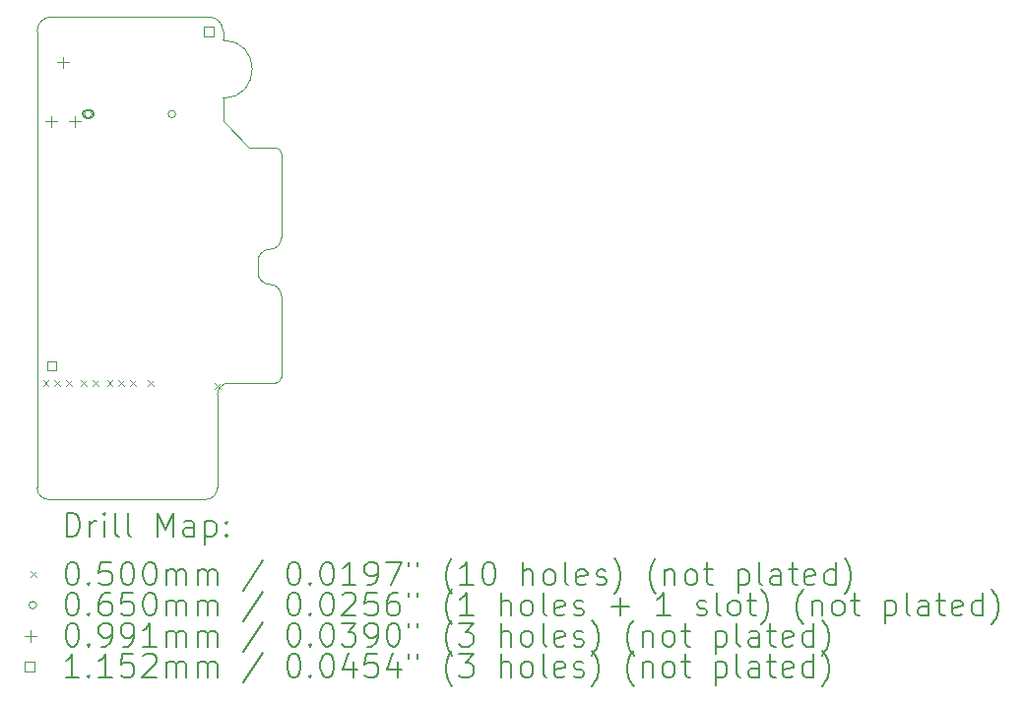
<source format=gbr>
%TF.GenerationSoftware,KiCad,Pcbnew,7.0.7*%
%TF.CreationDate,2023-09-04T22:31:28-04:00*%
%TF.ProjectId,k1-aioc,6b312d61-696f-4632-9e6b-696361645f70,rev?*%
%TF.SameCoordinates,Original*%
%TF.FileFunction,Drillmap*%
%TF.FilePolarity,Positive*%
%FSLAX45Y45*%
G04 Gerber Fmt 4.5, Leading zero omitted, Abs format (unit mm)*
G04 Created by KiCad (PCBNEW 7.0.7) date 2023-09-04 22:31:28*
%MOMM*%
%LPD*%
G01*
G04 APERTURE LIST*
%ADD10C,0.100000*%
%ADD11C,0.200000*%
%ADD12C,0.050000*%
%ADD13C,0.065000*%
%ADD14C,0.099060*%
%ADD15C,0.115200*%
G04 APERTURE END LIST*
D10*
X10575000Y-11175000D02*
X10575000Y-10450000D01*
X10525000Y-12425000D02*
X10125000Y-12425000D01*
X8475000Y-12300000D02*
X8475000Y-9400000D01*
X10300000Y-10400000D02*
X10525000Y-10400000D01*
X10475000Y-11275000D02*
G75*
G03*
X10575000Y-11175000I0J100000D01*
G01*
X10025000Y-12525000D02*
X10025000Y-13325000D01*
X8475000Y-13325000D02*
G75*
G03*
X8575000Y-13425000I100000J0D01*
G01*
X10525000Y-12425000D02*
G75*
G03*
X10575000Y-12375000I0J50000D01*
G01*
X10575000Y-11675000D02*
X10575000Y-12375000D01*
X10300000Y-10400000D02*
X10075000Y-10175000D01*
X10075000Y-9400000D02*
G75*
G03*
X9950000Y-9275000I-125000J0D01*
G01*
X8475000Y-13325000D02*
X8475000Y-12300000D01*
X10375000Y-11475000D02*
X10375000Y-11375000D01*
X10075000Y-10175000D02*
X10075000Y-9975000D01*
X10475000Y-11275000D02*
G75*
G03*
X10375000Y-11375000I0J-100000D01*
G01*
X8600000Y-9275000D02*
G75*
G03*
X8475000Y-9400000I0J-125000D01*
G01*
X8725000Y-9275000D02*
X9950000Y-9275000D01*
X9925000Y-13425000D02*
X8575000Y-13425000D01*
X10375000Y-11475000D02*
G75*
G03*
X10475000Y-11575000I100000J0D01*
G01*
X10575000Y-11675000D02*
G75*
G03*
X10475000Y-11575000I-100000J0D01*
G01*
X10575000Y-10450000D02*
G75*
G03*
X10525000Y-10400000I-50000J0D01*
G01*
X9925000Y-13425000D02*
G75*
G03*
X10025000Y-13325000I0J100000D01*
G01*
X10075000Y-9475000D02*
X10075000Y-9400000D01*
X8725000Y-9275000D02*
X8600000Y-9275000D01*
X10125000Y-12425000D02*
G75*
G03*
X10025000Y-12525000I0J-100000D01*
G01*
X10075000Y-9975000D02*
G75*
G03*
X10075000Y-9475000I0J250000D01*
G01*
D11*
D12*
X8525000Y-12400000D02*
X8575000Y-12450000D01*
X8575000Y-12400000D02*
X8525000Y-12450000D01*
X8625000Y-12400000D02*
X8675000Y-12450000D01*
X8675000Y-12400000D02*
X8625000Y-12450000D01*
X8725000Y-12400000D02*
X8775000Y-12450000D01*
X8775000Y-12400000D02*
X8725000Y-12450000D01*
X8850000Y-12400000D02*
X8900000Y-12450000D01*
X8900000Y-12400000D02*
X8850000Y-12450000D01*
X8950000Y-12400000D02*
X9000000Y-12450000D01*
X9000000Y-12400000D02*
X8950000Y-12450000D01*
X9075000Y-12400000D02*
X9125000Y-12450000D01*
X9125000Y-12400000D02*
X9075000Y-12450000D01*
X9175000Y-12400000D02*
X9225000Y-12450000D01*
X9225000Y-12400000D02*
X9175000Y-12450000D01*
X9275000Y-12400000D02*
X9325000Y-12450000D01*
X9325000Y-12400000D02*
X9275000Y-12450000D01*
X9425000Y-12400000D02*
X9475000Y-12450000D01*
X9475000Y-12400000D02*
X9425000Y-12450000D01*
X10000000Y-12425000D02*
X10050000Y-12475000D01*
X10050000Y-12425000D02*
X10000000Y-12475000D01*
D13*
X8947500Y-10111000D02*
G75*
G03*
X8947500Y-10111000I-32500J0D01*
G01*
D11*
X8930000Y-10078500D02*
X8900000Y-10078500D01*
X8900000Y-10078500D02*
G75*
G03*
X8900000Y-10143500I0J-32500D01*
G01*
X8900000Y-10143500D02*
X8930000Y-10143500D01*
X8930000Y-10143500D02*
G75*
G03*
X8930000Y-10078500I0J32500D01*
G01*
D13*
X9667500Y-10111000D02*
G75*
G03*
X9667500Y-10111000I-32500J0D01*
G01*
D14*
X8596800Y-10125470D02*
X8596800Y-10224530D01*
X8547270Y-10175000D02*
X8646330Y-10175000D01*
X8698400Y-9617470D02*
X8698400Y-9716530D01*
X8648870Y-9667000D02*
X8747930Y-9667000D01*
X8800000Y-10125470D02*
X8800000Y-10224530D01*
X8750470Y-10175000D02*
X8849530Y-10175000D01*
D15*
X8640730Y-12315730D02*
X8640730Y-12234270D01*
X8559270Y-12234270D01*
X8559270Y-12315730D01*
X8640730Y-12315730D01*
X8640730Y-12315730D02*
X8640730Y-12234270D01*
X8559270Y-12234270D01*
X8559270Y-12315730D01*
X8640730Y-12315730D01*
X9990730Y-9440730D02*
X9990730Y-9359270D01*
X9909270Y-9359270D01*
X9909270Y-9440730D01*
X9990730Y-9440730D01*
D11*
X8730777Y-13741484D02*
X8730777Y-13541484D01*
X8730777Y-13541484D02*
X8778396Y-13541484D01*
X8778396Y-13541484D02*
X8806967Y-13551008D01*
X8806967Y-13551008D02*
X8826015Y-13570055D01*
X8826015Y-13570055D02*
X8835539Y-13589103D01*
X8835539Y-13589103D02*
X8845063Y-13627198D01*
X8845063Y-13627198D02*
X8845063Y-13655769D01*
X8845063Y-13655769D02*
X8835539Y-13693865D01*
X8835539Y-13693865D02*
X8826015Y-13712912D01*
X8826015Y-13712912D02*
X8806967Y-13731960D01*
X8806967Y-13731960D02*
X8778396Y-13741484D01*
X8778396Y-13741484D02*
X8730777Y-13741484D01*
X8930777Y-13741484D02*
X8930777Y-13608150D01*
X8930777Y-13646246D02*
X8940301Y-13627198D01*
X8940301Y-13627198D02*
X8949824Y-13617674D01*
X8949824Y-13617674D02*
X8968872Y-13608150D01*
X8968872Y-13608150D02*
X8987920Y-13608150D01*
X9054586Y-13741484D02*
X9054586Y-13608150D01*
X9054586Y-13541484D02*
X9045063Y-13551008D01*
X9045063Y-13551008D02*
X9054586Y-13560531D01*
X9054586Y-13560531D02*
X9064110Y-13551008D01*
X9064110Y-13551008D02*
X9054586Y-13541484D01*
X9054586Y-13541484D02*
X9054586Y-13560531D01*
X9178396Y-13741484D02*
X9159348Y-13731960D01*
X9159348Y-13731960D02*
X9149824Y-13712912D01*
X9149824Y-13712912D02*
X9149824Y-13541484D01*
X9283158Y-13741484D02*
X9264110Y-13731960D01*
X9264110Y-13731960D02*
X9254586Y-13712912D01*
X9254586Y-13712912D02*
X9254586Y-13541484D01*
X9511729Y-13741484D02*
X9511729Y-13541484D01*
X9511729Y-13541484D02*
X9578396Y-13684341D01*
X9578396Y-13684341D02*
X9645063Y-13541484D01*
X9645063Y-13541484D02*
X9645063Y-13741484D01*
X9826015Y-13741484D02*
X9826015Y-13636722D01*
X9826015Y-13636722D02*
X9816491Y-13617674D01*
X9816491Y-13617674D02*
X9797444Y-13608150D01*
X9797444Y-13608150D02*
X9759348Y-13608150D01*
X9759348Y-13608150D02*
X9740301Y-13617674D01*
X9826015Y-13731960D02*
X9806967Y-13741484D01*
X9806967Y-13741484D02*
X9759348Y-13741484D01*
X9759348Y-13741484D02*
X9740301Y-13731960D01*
X9740301Y-13731960D02*
X9730777Y-13712912D01*
X9730777Y-13712912D02*
X9730777Y-13693865D01*
X9730777Y-13693865D02*
X9740301Y-13674817D01*
X9740301Y-13674817D02*
X9759348Y-13665293D01*
X9759348Y-13665293D02*
X9806967Y-13665293D01*
X9806967Y-13665293D02*
X9826015Y-13655769D01*
X9921253Y-13608150D02*
X9921253Y-13808150D01*
X9921253Y-13617674D02*
X9940301Y-13608150D01*
X9940301Y-13608150D02*
X9978396Y-13608150D01*
X9978396Y-13608150D02*
X9997444Y-13617674D01*
X9997444Y-13617674D02*
X10006967Y-13627198D01*
X10006967Y-13627198D02*
X10016491Y-13646246D01*
X10016491Y-13646246D02*
X10016491Y-13703388D01*
X10016491Y-13703388D02*
X10006967Y-13722436D01*
X10006967Y-13722436D02*
X9997444Y-13731960D01*
X9997444Y-13731960D02*
X9978396Y-13741484D01*
X9978396Y-13741484D02*
X9940301Y-13741484D01*
X9940301Y-13741484D02*
X9921253Y-13731960D01*
X10102205Y-13722436D02*
X10111729Y-13731960D01*
X10111729Y-13731960D02*
X10102205Y-13741484D01*
X10102205Y-13741484D02*
X10092682Y-13731960D01*
X10092682Y-13731960D02*
X10102205Y-13722436D01*
X10102205Y-13722436D02*
X10102205Y-13741484D01*
X10102205Y-13617674D02*
X10111729Y-13627198D01*
X10111729Y-13627198D02*
X10102205Y-13636722D01*
X10102205Y-13636722D02*
X10092682Y-13627198D01*
X10092682Y-13627198D02*
X10102205Y-13617674D01*
X10102205Y-13617674D02*
X10102205Y-13636722D01*
D12*
X8420000Y-14045000D02*
X8470000Y-14095000D01*
X8470000Y-14045000D02*
X8420000Y-14095000D01*
D11*
X8768872Y-13961484D02*
X8787920Y-13961484D01*
X8787920Y-13961484D02*
X8806967Y-13971008D01*
X8806967Y-13971008D02*
X8816491Y-13980531D01*
X8816491Y-13980531D02*
X8826015Y-13999579D01*
X8826015Y-13999579D02*
X8835539Y-14037674D01*
X8835539Y-14037674D02*
X8835539Y-14085293D01*
X8835539Y-14085293D02*
X8826015Y-14123388D01*
X8826015Y-14123388D02*
X8816491Y-14142436D01*
X8816491Y-14142436D02*
X8806967Y-14151960D01*
X8806967Y-14151960D02*
X8787920Y-14161484D01*
X8787920Y-14161484D02*
X8768872Y-14161484D01*
X8768872Y-14161484D02*
X8749824Y-14151960D01*
X8749824Y-14151960D02*
X8740301Y-14142436D01*
X8740301Y-14142436D02*
X8730777Y-14123388D01*
X8730777Y-14123388D02*
X8721253Y-14085293D01*
X8721253Y-14085293D02*
X8721253Y-14037674D01*
X8721253Y-14037674D02*
X8730777Y-13999579D01*
X8730777Y-13999579D02*
X8740301Y-13980531D01*
X8740301Y-13980531D02*
X8749824Y-13971008D01*
X8749824Y-13971008D02*
X8768872Y-13961484D01*
X8921253Y-14142436D02*
X8930777Y-14151960D01*
X8930777Y-14151960D02*
X8921253Y-14161484D01*
X8921253Y-14161484D02*
X8911729Y-14151960D01*
X8911729Y-14151960D02*
X8921253Y-14142436D01*
X8921253Y-14142436D02*
X8921253Y-14161484D01*
X9111729Y-13961484D02*
X9016491Y-13961484D01*
X9016491Y-13961484D02*
X9006967Y-14056722D01*
X9006967Y-14056722D02*
X9016491Y-14047198D01*
X9016491Y-14047198D02*
X9035539Y-14037674D01*
X9035539Y-14037674D02*
X9083158Y-14037674D01*
X9083158Y-14037674D02*
X9102205Y-14047198D01*
X9102205Y-14047198D02*
X9111729Y-14056722D01*
X9111729Y-14056722D02*
X9121253Y-14075769D01*
X9121253Y-14075769D02*
X9121253Y-14123388D01*
X9121253Y-14123388D02*
X9111729Y-14142436D01*
X9111729Y-14142436D02*
X9102205Y-14151960D01*
X9102205Y-14151960D02*
X9083158Y-14161484D01*
X9083158Y-14161484D02*
X9035539Y-14161484D01*
X9035539Y-14161484D02*
X9016491Y-14151960D01*
X9016491Y-14151960D02*
X9006967Y-14142436D01*
X9245063Y-13961484D02*
X9264110Y-13961484D01*
X9264110Y-13961484D02*
X9283158Y-13971008D01*
X9283158Y-13971008D02*
X9292682Y-13980531D01*
X9292682Y-13980531D02*
X9302205Y-13999579D01*
X9302205Y-13999579D02*
X9311729Y-14037674D01*
X9311729Y-14037674D02*
X9311729Y-14085293D01*
X9311729Y-14085293D02*
X9302205Y-14123388D01*
X9302205Y-14123388D02*
X9292682Y-14142436D01*
X9292682Y-14142436D02*
X9283158Y-14151960D01*
X9283158Y-14151960D02*
X9264110Y-14161484D01*
X9264110Y-14161484D02*
X9245063Y-14161484D01*
X9245063Y-14161484D02*
X9226015Y-14151960D01*
X9226015Y-14151960D02*
X9216491Y-14142436D01*
X9216491Y-14142436D02*
X9206967Y-14123388D01*
X9206967Y-14123388D02*
X9197444Y-14085293D01*
X9197444Y-14085293D02*
X9197444Y-14037674D01*
X9197444Y-14037674D02*
X9206967Y-13999579D01*
X9206967Y-13999579D02*
X9216491Y-13980531D01*
X9216491Y-13980531D02*
X9226015Y-13971008D01*
X9226015Y-13971008D02*
X9245063Y-13961484D01*
X9435539Y-13961484D02*
X9454586Y-13961484D01*
X9454586Y-13961484D02*
X9473634Y-13971008D01*
X9473634Y-13971008D02*
X9483158Y-13980531D01*
X9483158Y-13980531D02*
X9492682Y-13999579D01*
X9492682Y-13999579D02*
X9502205Y-14037674D01*
X9502205Y-14037674D02*
X9502205Y-14085293D01*
X9502205Y-14085293D02*
X9492682Y-14123388D01*
X9492682Y-14123388D02*
X9483158Y-14142436D01*
X9483158Y-14142436D02*
X9473634Y-14151960D01*
X9473634Y-14151960D02*
X9454586Y-14161484D01*
X9454586Y-14161484D02*
X9435539Y-14161484D01*
X9435539Y-14161484D02*
X9416491Y-14151960D01*
X9416491Y-14151960D02*
X9406967Y-14142436D01*
X9406967Y-14142436D02*
X9397444Y-14123388D01*
X9397444Y-14123388D02*
X9387920Y-14085293D01*
X9387920Y-14085293D02*
X9387920Y-14037674D01*
X9387920Y-14037674D02*
X9397444Y-13999579D01*
X9397444Y-13999579D02*
X9406967Y-13980531D01*
X9406967Y-13980531D02*
X9416491Y-13971008D01*
X9416491Y-13971008D02*
X9435539Y-13961484D01*
X9587920Y-14161484D02*
X9587920Y-14028150D01*
X9587920Y-14047198D02*
X9597444Y-14037674D01*
X9597444Y-14037674D02*
X9616491Y-14028150D01*
X9616491Y-14028150D02*
X9645063Y-14028150D01*
X9645063Y-14028150D02*
X9664110Y-14037674D01*
X9664110Y-14037674D02*
X9673634Y-14056722D01*
X9673634Y-14056722D02*
X9673634Y-14161484D01*
X9673634Y-14056722D02*
X9683158Y-14037674D01*
X9683158Y-14037674D02*
X9702205Y-14028150D01*
X9702205Y-14028150D02*
X9730777Y-14028150D01*
X9730777Y-14028150D02*
X9749825Y-14037674D01*
X9749825Y-14037674D02*
X9759348Y-14056722D01*
X9759348Y-14056722D02*
X9759348Y-14161484D01*
X9854586Y-14161484D02*
X9854586Y-14028150D01*
X9854586Y-14047198D02*
X9864110Y-14037674D01*
X9864110Y-14037674D02*
X9883158Y-14028150D01*
X9883158Y-14028150D02*
X9911729Y-14028150D01*
X9911729Y-14028150D02*
X9930777Y-14037674D01*
X9930777Y-14037674D02*
X9940301Y-14056722D01*
X9940301Y-14056722D02*
X9940301Y-14161484D01*
X9940301Y-14056722D02*
X9949825Y-14037674D01*
X9949825Y-14037674D02*
X9968872Y-14028150D01*
X9968872Y-14028150D02*
X9997444Y-14028150D01*
X9997444Y-14028150D02*
X10016491Y-14037674D01*
X10016491Y-14037674D02*
X10026015Y-14056722D01*
X10026015Y-14056722D02*
X10026015Y-14161484D01*
X10416491Y-13951960D02*
X10245063Y-14209103D01*
X10673634Y-13961484D02*
X10692682Y-13961484D01*
X10692682Y-13961484D02*
X10711729Y-13971008D01*
X10711729Y-13971008D02*
X10721253Y-13980531D01*
X10721253Y-13980531D02*
X10730777Y-13999579D01*
X10730777Y-13999579D02*
X10740301Y-14037674D01*
X10740301Y-14037674D02*
X10740301Y-14085293D01*
X10740301Y-14085293D02*
X10730777Y-14123388D01*
X10730777Y-14123388D02*
X10721253Y-14142436D01*
X10721253Y-14142436D02*
X10711729Y-14151960D01*
X10711729Y-14151960D02*
X10692682Y-14161484D01*
X10692682Y-14161484D02*
X10673634Y-14161484D01*
X10673634Y-14161484D02*
X10654587Y-14151960D01*
X10654587Y-14151960D02*
X10645063Y-14142436D01*
X10645063Y-14142436D02*
X10635539Y-14123388D01*
X10635539Y-14123388D02*
X10626015Y-14085293D01*
X10626015Y-14085293D02*
X10626015Y-14037674D01*
X10626015Y-14037674D02*
X10635539Y-13999579D01*
X10635539Y-13999579D02*
X10645063Y-13980531D01*
X10645063Y-13980531D02*
X10654587Y-13971008D01*
X10654587Y-13971008D02*
X10673634Y-13961484D01*
X10826015Y-14142436D02*
X10835539Y-14151960D01*
X10835539Y-14151960D02*
X10826015Y-14161484D01*
X10826015Y-14161484D02*
X10816491Y-14151960D01*
X10816491Y-14151960D02*
X10826015Y-14142436D01*
X10826015Y-14142436D02*
X10826015Y-14161484D01*
X10959348Y-13961484D02*
X10978396Y-13961484D01*
X10978396Y-13961484D02*
X10997444Y-13971008D01*
X10997444Y-13971008D02*
X11006968Y-13980531D01*
X11006968Y-13980531D02*
X11016491Y-13999579D01*
X11016491Y-13999579D02*
X11026015Y-14037674D01*
X11026015Y-14037674D02*
X11026015Y-14085293D01*
X11026015Y-14085293D02*
X11016491Y-14123388D01*
X11016491Y-14123388D02*
X11006968Y-14142436D01*
X11006968Y-14142436D02*
X10997444Y-14151960D01*
X10997444Y-14151960D02*
X10978396Y-14161484D01*
X10978396Y-14161484D02*
X10959348Y-14161484D01*
X10959348Y-14161484D02*
X10940301Y-14151960D01*
X10940301Y-14151960D02*
X10930777Y-14142436D01*
X10930777Y-14142436D02*
X10921253Y-14123388D01*
X10921253Y-14123388D02*
X10911729Y-14085293D01*
X10911729Y-14085293D02*
X10911729Y-14037674D01*
X10911729Y-14037674D02*
X10921253Y-13999579D01*
X10921253Y-13999579D02*
X10930777Y-13980531D01*
X10930777Y-13980531D02*
X10940301Y-13971008D01*
X10940301Y-13971008D02*
X10959348Y-13961484D01*
X11216491Y-14161484D02*
X11102206Y-14161484D01*
X11159348Y-14161484D02*
X11159348Y-13961484D01*
X11159348Y-13961484D02*
X11140301Y-13990055D01*
X11140301Y-13990055D02*
X11121253Y-14009103D01*
X11121253Y-14009103D02*
X11102206Y-14018627D01*
X11311729Y-14161484D02*
X11349825Y-14161484D01*
X11349825Y-14161484D02*
X11368872Y-14151960D01*
X11368872Y-14151960D02*
X11378396Y-14142436D01*
X11378396Y-14142436D02*
X11397444Y-14113865D01*
X11397444Y-14113865D02*
X11406967Y-14075769D01*
X11406967Y-14075769D02*
X11406967Y-13999579D01*
X11406967Y-13999579D02*
X11397444Y-13980531D01*
X11397444Y-13980531D02*
X11387920Y-13971008D01*
X11387920Y-13971008D02*
X11368872Y-13961484D01*
X11368872Y-13961484D02*
X11330777Y-13961484D01*
X11330777Y-13961484D02*
X11311729Y-13971008D01*
X11311729Y-13971008D02*
X11302206Y-13980531D01*
X11302206Y-13980531D02*
X11292682Y-13999579D01*
X11292682Y-13999579D02*
X11292682Y-14047198D01*
X11292682Y-14047198D02*
X11302206Y-14066246D01*
X11302206Y-14066246D02*
X11311729Y-14075769D01*
X11311729Y-14075769D02*
X11330777Y-14085293D01*
X11330777Y-14085293D02*
X11368872Y-14085293D01*
X11368872Y-14085293D02*
X11387920Y-14075769D01*
X11387920Y-14075769D02*
X11397444Y-14066246D01*
X11397444Y-14066246D02*
X11406967Y-14047198D01*
X11473634Y-13961484D02*
X11606967Y-13961484D01*
X11606967Y-13961484D02*
X11521253Y-14161484D01*
X11673634Y-13961484D02*
X11673634Y-13999579D01*
X11749825Y-13961484D02*
X11749825Y-13999579D01*
X12045063Y-14237674D02*
X12035539Y-14228150D01*
X12035539Y-14228150D02*
X12016491Y-14199579D01*
X12016491Y-14199579D02*
X12006968Y-14180531D01*
X12006968Y-14180531D02*
X11997444Y-14151960D01*
X11997444Y-14151960D02*
X11987920Y-14104341D01*
X11987920Y-14104341D02*
X11987920Y-14066246D01*
X11987920Y-14066246D02*
X11997444Y-14018627D01*
X11997444Y-14018627D02*
X12006968Y-13990055D01*
X12006968Y-13990055D02*
X12016491Y-13971008D01*
X12016491Y-13971008D02*
X12035539Y-13942436D01*
X12035539Y-13942436D02*
X12045063Y-13932912D01*
X12226015Y-14161484D02*
X12111729Y-14161484D01*
X12168872Y-14161484D02*
X12168872Y-13961484D01*
X12168872Y-13961484D02*
X12149825Y-13990055D01*
X12149825Y-13990055D02*
X12130777Y-14009103D01*
X12130777Y-14009103D02*
X12111729Y-14018627D01*
X12349825Y-13961484D02*
X12368872Y-13961484D01*
X12368872Y-13961484D02*
X12387920Y-13971008D01*
X12387920Y-13971008D02*
X12397444Y-13980531D01*
X12397444Y-13980531D02*
X12406968Y-13999579D01*
X12406968Y-13999579D02*
X12416491Y-14037674D01*
X12416491Y-14037674D02*
X12416491Y-14085293D01*
X12416491Y-14085293D02*
X12406968Y-14123388D01*
X12406968Y-14123388D02*
X12397444Y-14142436D01*
X12397444Y-14142436D02*
X12387920Y-14151960D01*
X12387920Y-14151960D02*
X12368872Y-14161484D01*
X12368872Y-14161484D02*
X12349825Y-14161484D01*
X12349825Y-14161484D02*
X12330777Y-14151960D01*
X12330777Y-14151960D02*
X12321253Y-14142436D01*
X12321253Y-14142436D02*
X12311729Y-14123388D01*
X12311729Y-14123388D02*
X12302206Y-14085293D01*
X12302206Y-14085293D02*
X12302206Y-14037674D01*
X12302206Y-14037674D02*
X12311729Y-13999579D01*
X12311729Y-13999579D02*
X12321253Y-13980531D01*
X12321253Y-13980531D02*
X12330777Y-13971008D01*
X12330777Y-13971008D02*
X12349825Y-13961484D01*
X12654587Y-14161484D02*
X12654587Y-13961484D01*
X12740301Y-14161484D02*
X12740301Y-14056722D01*
X12740301Y-14056722D02*
X12730777Y-14037674D01*
X12730777Y-14037674D02*
X12711730Y-14028150D01*
X12711730Y-14028150D02*
X12683158Y-14028150D01*
X12683158Y-14028150D02*
X12664110Y-14037674D01*
X12664110Y-14037674D02*
X12654587Y-14047198D01*
X12864110Y-14161484D02*
X12845063Y-14151960D01*
X12845063Y-14151960D02*
X12835539Y-14142436D01*
X12835539Y-14142436D02*
X12826015Y-14123388D01*
X12826015Y-14123388D02*
X12826015Y-14066246D01*
X12826015Y-14066246D02*
X12835539Y-14047198D01*
X12835539Y-14047198D02*
X12845063Y-14037674D01*
X12845063Y-14037674D02*
X12864110Y-14028150D01*
X12864110Y-14028150D02*
X12892682Y-14028150D01*
X12892682Y-14028150D02*
X12911730Y-14037674D01*
X12911730Y-14037674D02*
X12921253Y-14047198D01*
X12921253Y-14047198D02*
X12930777Y-14066246D01*
X12930777Y-14066246D02*
X12930777Y-14123388D01*
X12930777Y-14123388D02*
X12921253Y-14142436D01*
X12921253Y-14142436D02*
X12911730Y-14151960D01*
X12911730Y-14151960D02*
X12892682Y-14161484D01*
X12892682Y-14161484D02*
X12864110Y-14161484D01*
X13045063Y-14161484D02*
X13026015Y-14151960D01*
X13026015Y-14151960D02*
X13016491Y-14132912D01*
X13016491Y-14132912D02*
X13016491Y-13961484D01*
X13197444Y-14151960D02*
X13178396Y-14161484D01*
X13178396Y-14161484D02*
X13140301Y-14161484D01*
X13140301Y-14161484D02*
X13121253Y-14151960D01*
X13121253Y-14151960D02*
X13111730Y-14132912D01*
X13111730Y-14132912D02*
X13111730Y-14056722D01*
X13111730Y-14056722D02*
X13121253Y-14037674D01*
X13121253Y-14037674D02*
X13140301Y-14028150D01*
X13140301Y-14028150D02*
X13178396Y-14028150D01*
X13178396Y-14028150D02*
X13197444Y-14037674D01*
X13197444Y-14037674D02*
X13206968Y-14056722D01*
X13206968Y-14056722D02*
X13206968Y-14075769D01*
X13206968Y-14075769D02*
X13111730Y-14094817D01*
X13283158Y-14151960D02*
X13302206Y-14161484D01*
X13302206Y-14161484D02*
X13340301Y-14161484D01*
X13340301Y-14161484D02*
X13359349Y-14151960D01*
X13359349Y-14151960D02*
X13368872Y-14132912D01*
X13368872Y-14132912D02*
X13368872Y-14123388D01*
X13368872Y-14123388D02*
X13359349Y-14104341D01*
X13359349Y-14104341D02*
X13340301Y-14094817D01*
X13340301Y-14094817D02*
X13311730Y-14094817D01*
X13311730Y-14094817D02*
X13292682Y-14085293D01*
X13292682Y-14085293D02*
X13283158Y-14066246D01*
X13283158Y-14066246D02*
X13283158Y-14056722D01*
X13283158Y-14056722D02*
X13292682Y-14037674D01*
X13292682Y-14037674D02*
X13311730Y-14028150D01*
X13311730Y-14028150D02*
X13340301Y-14028150D01*
X13340301Y-14028150D02*
X13359349Y-14037674D01*
X13435539Y-14237674D02*
X13445063Y-14228150D01*
X13445063Y-14228150D02*
X13464111Y-14199579D01*
X13464111Y-14199579D02*
X13473634Y-14180531D01*
X13473634Y-14180531D02*
X13483158Y-14151960D01*
X13483158Y-14151960D02*
X13492682Y-14104341D01*
X13492682Y-14104341D02*
X13492682Y-14066246D01*
X13492682Y-14066246D02*
X13483158Y-14018627D01*
X13483158Y-14018627D02*
X13473634Y-13990055D01*
X13473634Y-13990055D02*
X13464111Y-13971008D01*
X13464111Y-13971008D02*
X13445063Y-13942436D01*
X13445063Y-13942436D02*
X13435539Y-13932912D01*
X13797444Y-14237674D02*
X13787920Y-14228150D01*
X13787920Y-14228150D02*
X13768872Y-14199579D01*
X13768872Y-14199579D02*
X13759349Y-14180531D01*
X13759349Y-14180531D02*
X13749825Y-14151960D01*
X13749825Y-14151960D02*
X13740301Y-14104341D01*
X13740301Y-14104341D02*
X13740301Y-14066246D01*
X13740301Y-14066246D02*
X13749825Y-14018627D01*
X13749825Y-14018627D02*
X13759349Y-13990055D01*
X13759349Y-13990055D02*
X13768872Y-13971008D01*
X13768872Y-13971008D02*
X13787920Y-13942436D01*
X13787920Y-13942436D02*
X13797444Y-13932912D01*
X13873634Y-14028150D02*
X13873634Y-14161484D01*
X13873634Y-14047198D02*
X13883158Y-14037674D01*
X13883158Y-14037674D02*
X13902206Y-14028150D01*
X13902206Y-14028150D02*
X13930777Y-14028150D01*
X13930777Y-14028150D02*
X13949825Y-14037674D01*
X13949825Y-14037674D02*
X13959349Y-14056722D01*
X13959349Y-14056722D02*
X13959349Y-14161484D01*
X14083158Y-14161484D02*
X14064111Y-14151960D01*
X14064111Y-14151960D02*
X14054587Y-14142436D01*
X14054587Y-14142436D02*
X14045063Y-14123388D01*
X14045063Y-14123388D02*
X14045063Y-14066246D01*
X14045063Y-14066246D02*
X14054587Y-14047198D01*
X14054587Y-14047198D02*
X14064111Y-14037674D01*
X14064111Y-14037674D02*
X14083158Y-14028150D01*
X14083158Y-14028150D02*
X14111730Y-14028150D01*
X14111730Y-14028150D02*
X14130777Y-14037674D01*
X14130777Y-14037674D02*
X14140301Y-14047198D01*
X14140301Y-14047198D02*
X14149825Y-14066246D01*
X14149825Y-14066246D02*
X14149825Y-14123388D01*
X14149825Y-14123388D02*
X14140301Y-14142436D01*
X14140301Y-14142436D02*
X14130777Y-14151960D01*
X14130777Y-14151960D02*
X14111730Y-14161484D01*
X14111730Y-14161484D02*
X14083158Y-14161484D01*
X14206968Y-14028150D02*
X14283158Y-14028150D01*
X14235539Y-13961484D02*
X14235539Y-14132912D01*
X14235539Y-14132912D02*
X14245063Y-14151960D01*
X14245063Y-14151960D02*
X14264111Y-14161484D01*
X14264111Y-14161484D02*
X14283158Y-14161484D01*
X14502206Y-14028150D02*
X14502206Y-14228150D01*
X14502206Y-14037674D02*
X14521253Y-14028150D01*
X14521253Y-14028150D02*
X14559349Y-14028150D01*
X14559349Y-14028150D02*
X14578396Y-14037674D01*
X14578396Y-14037674D02*
X14587920Y-14047198D01*
X14587920Y-14047198D02*
X14597444Y-14066246D01*
X14597444Y-14066246D02*
X14597444Y-14123388D01*
X14597444Y-14123388D02*
X14587920Y-14142436D01*
X14587920Y-14142436D02*
X14578396Y-14151960D01*
X14578396Y-14151960D02*
X14559349Y-14161484D01*
X14559349Y-14161484D02*
X14521253Y-14161484D01*
X14521253Y-14161484D02*
X14502206Y-14151960D01*
X14711730Y-14161484D02*
X14692682Y-14151960D01*
X14692682Y-14151960D02*
X14683158Y-14132912D01*
X14683158Y-14132912D02*
X14683158Y-13961484D01*
X14873634Y-14161484D02*
X14873634Y-14056722D01*
X14873634Y-14056722D02*
X14864111Y-14037674D01*
X14864111Y-14037674D02*
X14845063Y-14028150D01*
X14845063Y-14028150D02*
X14806968Y-14028150D01*
X14806968Y-14028150D02*
X14787920Y-14037674D01*
X14873634Y-14151960D02*
X14854587Y-14161484D01*
X14854587Y-14161484D02*
X14806968Y-14161484D01*
X14806968Y-14161484D02*
X14787920Y-14151960D01*
X14787920Y-14151960D02*
X14778396Y-14132912D01*
X14778396Y-14132912D02*
X14778396Y-14113865D01*
X14778396Y-14113865D02*
X14787920Y-14094817D01*
X14787920Y-14094817D02*
X14806968Y-14085293D01*
X14806968Y-14085293D02*
X14854587Y-14085293D01*
X14854587Y-14085293D02*
X14873634Y-14075769D01*
X14940301Y-14028150D02*
X15016492Y-14028150D01*
X14968873Y-13961484D02*
X14968873Y-14132912D01*
X14968873Y-14132912D02*
X14978396Y-14151960D01*
X14978396Y-14151960D02*
X14997444Y-14161484D01*
X14997444Y-14161484D02*
X15016492Y-14161484D01*
X15159349Y-14151960D02*
X15140301Y-14161484D01*
X15140301Y-14161484D02*
X15102206Y-14161484D01*
X15102206Y-14161484D02*
X15083158Y-14151960D01*
X15083158Y-14151960D02*
X15073634Y-14132912D01*
X15073634Y-14132912D02*
X15073634Y-14056722D01*
X15073634Y-14056722D02*
X15083158Y-14037674D01*
X15083158Y-14037674D02*
X15102206Y-14028150D01*
X15102206Y-14028150D02*
X15140301Y-14028150D01*
X15140301Y-14028150D02*
X15159349Y-14037674D01*
X15159349Y-14037674D02*
X15168873Y-14056722D01*
X15168873Y-14056722D02*
X15168873Y-14075769D01*
X15168873Y-14075769D02*
X15073634Y-14094817D01*
X15340301Y-14161484D02*
X15340301Y-13961484D01*
X15340301Y-14151960D02*
X15321254Y-14161484D01*
X15321254Y-14161484D02*
X15283158Y-14161484D01*
X15283158Y-14161484D02*
X15264111Y-14151960D01*
X15264111Y-14151960D02*
X15254587Y-14142436D01*
X15254587Y-14142436D02*
X15245063Y-14123388D01*
X15245063Y-14123388D02*
X15245063Y-14066246D01*
X15245063Y-14066246D02*
X15254587Y-14047198D01*
X15254587Y-14047198D02*
X15264111Y-14037674D01*
X15264111Y-14037674D02*
X15283158Y-14028150D01*
X15283158Y-14028150D02*
X15321254Y-14028150D01*
X15321254Y-14028150D02*
X15340301Y-14037674D01*
X15416492Y-14237674D02*
X15426015Y-14228150D01*
X15426015Y-14228150D02*
X15445063Y-14199579D01*
X15445063Y-14199579D02*
X15454587Y-14180531D01*
X15454587Y-14180531D02*
X15464111Y-14151960D01*
X15464111Y-14151960D02*
X15473634Y-14104341D01*
X15473634Y-14104341D02*
X15473634Y-14066246D01*
X15473634Y-14066246D02*
X15464111Y-14018627D01*
X15464111Y-14018627D02*
X15454587Y-13990055D01*
X15454587Y-13990055D02*
X15445063Y-13971008D01*
X15445063Y-13971008D02*
X15426015Y-13942436D01*
X15426015Y-13942436D02*
X15416492Y-13932912D01*
D13*
X8470000Y-14334000D02*
G75*
G03*
X8470000Y-14334000I-32500J0D01*
G01*
D11*
X8768872Y-14225484D02*
X8787920Y-14225484D01*
X8787920Y-14225484D02*
X8806967Y-14235008D01*
X8806967Y-14235008D02*
X8816491Y-14244531D01*
X8816491Y-14244531D02*
X8826015Y-14263579D01*
X8826015Y-14263579D02*
X8835539Y-14301674D01*
X8835539Y-14301674D02*
X8835539Y-14349293D01*
X8835539Y-14349293D02*
X8826015Y-14387388D01*
X8826015Y-14387388D02*
X8816491Y-14406436D01*
X8816491Y-14406436D02*
X8806967Y-14415960D01*
X8806967Y-14415960D02*
X8787920Y-14425484D01*
X8787920Y-14425484D02*
X8768872Y-14425484D01*
X8768872Y-14425484D02*
X8749824Y-14415960D01*
X8749824Y-14415960D02*
X8740301Y-14406436D01*
X8740301Y-14406436D02*
X8730777Y-14387388D01*
X8730777Y-14387388D02*
X8721253Y-14349293D01*
X8721253Y-14349293D02*
X8721253Y-14301674D01*
X8721253Y-14301674D02*
X8730777Y-14263579D01*
X8730777Y-14263579D02*
X8740301Y-14244531D01*
X8740301Y-14244531D02*
X8749824Y-14235008D01*
X8749824Y-14235008D02*
X8768872Y-14225484D01*
X8921253Y-14406436D02*
X8930777Y-14415960D01*
X8930777Y-14415960D02*
X8921253Y-14425484D01*
X8921253Y-14425484D02*
X8911729Y-14415960D01*
X8911729Y-14415960D02*
X8921253Y-14406436D01*
X8921253Y-14406436D02*
X8921253Y-14425484D01*
X9102205Y-14225484D02*
X9064110Y-14225484D01*
X9064110Y-14225484D02*
X9045063Y-14235008D01*
X9045063Y-14235008D02*
X9035539Y-14244531D01*
X9035539Y-14244531D02*
X9016491Y-14273103D01*
X9016491Y-14273103D02*
X9006967Y-14311198D01*
X9006967Y-14311198D02*
X9006967Y-14387388D01*
X9006967Y-14387388D02*
X9016491Y-14406436D01*
X9016491Y-14406436D02*
X9026015Y-14415960D01*
X9026015Y-14415960D02*
X9045063Y-14425484D01*
X9045063Y-14425484D02*
X9083158Y-14425484D01*
X9083158Y-14425484D02*
X9102205Y-14415960D01*
X9102205Y-14415960D02*
X9111729Y-14406436D01*
X9111729Y-14406436D02*
X9121253Y-14387388D01*
X9121253Y-14387388D02*
X9121253Y-14339769D01*
X9121253Y-14339769D02*
X9111729Y-14320722D01*
X9111729Y-14320722D02*
X9102205Y-14311198D01*
X9102205Y-14311198D02*
X9083158Y-14301674D01*
X9083158Y-14301674D02*
X9045063Y-14301674D01*
X9045063Y-14301674D02*
X9026015Y-14311198D01*
X9026015Y-14311198D02*
X9016491Y-14320722D01*
X9016491Y-14320722D02*
X9006967Y-14339769D01*
X9302205Y-14225484D02*
X9206967Y-14225484D01*
X9206967Y-14225484D02*
X9197444Y-14320722D01*
X9197444Y-14320722D02*
X9206967Y-14311198D01*
X9206967Y-14311198D02*
X9226015Y-14301674D01*
X9226015Y-14301674D02*
X9273634Y-14301674D01*
X9273634Y-14301674D02*
X9292682Y-14311198D01*
X9292682Y-14311198D02*
X9302205Y-14320722D01*
X9302205Y-14320722D02*
X9311729Y-14339769D01*
X9311729Y-14339769D02*
X9311729Y-14387388D01*
X9311729Y-14387388D02*
X9302205Y-14406436D01*
X9302205Y-14406436D02*
X9292682Y-14415960D01*
X9292682Y-14415960D02*
X9273634Y-14425484D01*
X9273634Y-14425484D02*
X9226015Y-14425484D01*
X9226015Y-14425484D02*
X9206967Y-14415960D01*
X9206967Y-14415960D02*
X9197444Y-14406436D01*
X9435539Y-14225484D02*
X9454586Y-14225484D01*
X9454586Y-14225484D02*
X9473634Y-14235008D01*
X9473634Y-14235008D02*
X9483158Y-14244531D01*
X9483158Y-14244531D02*
X9492682Y-14263579D01*
X9492682Y-14263579D02*
X9502205Y-14301674D01*
X9502205Y-14301674D02*
X9502205Y-14349293D01*
X9502205Y-14349293D02*
X9492682Y-14387388D01*
X9492682Y-14387388D02*
X9483158Y-14406436D01*
X9483158Y-14406436D02*
X9473634Y-14415960D01*
X9473634Y-14415960D02*
X9454586Y-14425484D01*
X9454586Y-14425484D02*
X9435539Y-14425484D01*
X9435539Y-14425484D02*
X9416491Y-14415960D01*
X9416491Y-14415960D02*
X9406967Y-14406436D01*
X9406967Y-14406436D02*
X9397444Y-14387388D01*
X9397444Y-14387388D02*
X9387920Y-14349293D01*
X9387920Y-14349293D02*
X9387920Y-14301674D01*
X9387920Y-14301674D02*
X9397444Y-14263579D01*
X9397444Y-14263579D02*
X9406967Y-14244531D01*
X9406967Y-14244531D02*
X9416491Y-14235008D01*
X9416491Y-14235008D02*
X9435539Y-14225484D01*
X9587920Y-14425484D02*
X9587920Y-14292150D01*
X9587920Y-14311198D02*
X9597444Y-14301674D01*
X9597444Y-14301674D02*
X9616491Y-14292150D01*
X9616491Y-14292150D02*
X9645063Y-14292150D01*
X9645063Y-14292150D02*
X9664110Y-14301674D01*
X9664110Y-14301674D02*
X9673634Y-14320722D01*
X9673634Y-14320722D02*
X9673634Y-14425484D01*
X9673634Y-14320722D02*
X9683158Y-14301674D01*
X9683158Y-14301674D02*
X9702205Y-14292150D01*
X9702205Y-14292150D02*
X9730777Y-14292150D01*
X9730777Y-14292150D02*
X9749825Y-14301674D01*
X9749825Y-14301674D02*
X9759348Y-14320722D01*
X9759348Y-14320722D02*
X9759348Y-14425484D01*
X9854586Y-14425484D02*
X9854586Y-14292150D01*
X9854586Y-14311198D02*
X9864110Y-14301674D01*
X9864110Y-14301674D02*
X9883158Y-14292150D01*
X9883158Y-14292150D02*
X9911729Y-14292150D01*
X9911729Y-14292150D02*
X9930777Y-14301674D01*
X9930777Y-14301674D02*
X9940301Y-14320722D01*
X9940301Y-14320722D02*
X9940301Y-14425484D01*
X9940301Y-14320722D02*
X9949825Y-14301674D01*
X9949825Y-14301674D02*
X9968872Y-14292150D01*
X9968872Y-14292150D02*
X9997444Y-14292150D01*
X9997444Y-14292150D02*
X10016491Y-14301674D01*
X10016491Y-14301674D02*
X10026015Y-14320722D01*
X10026015Y-14320722D02*
X10026015Y-14425484D01*
X10416491Y-14215960D02*
X10245063Y-14473103D01*
X10673634Y-14225484D02*
X10692682Y-14225484D01*
X10692682Y-14225484D02*
X10711729Y-14235008D01*
X10711729Y-14235008D02*
X10721253Y-14244531D01*
X10721253Y-14244531D02*
X10730777Y-14263579D01*
X10730777Y-14263579D02*
X10740301Y-14301674D01*
X10740301Y-14301674D02*
X10740301Y-14349293D01*
X10740301Y-14349293D02*
X10730777Y-14387388D01*
X10730777Y-14387388D02*
X10721253Y-14406436D01*
X10721253Y-14406436D02*
X10711729Y-14415960D01*
X10711729Y-14415960D02*
X10692682Y-14425484D01*
X10692682Y-14425484D02*
X10673634Y-14425484D01*
X10673634Y-14425484D02*
X10654587Y-14415960D01*
X10654587Y-14415960D02*
X10645063Y-14406436D01*
X10645063Y-14406436D02*
X10635539Y-14387388D01*
X10635539Y-14387388D02*
X10626015Y-14349293D01*
X10626015Y-14349293D02*
X10626015Y-14301674D01*
X10626015Y-14301674D02*
X10635539Y-14263579D01*
X10635539Y-14263579D02*
X10645063Y-14244531D01*
X10645063Y-14244531D02*
X10654587Y-14235008D01*
X10654587Y-14235008D02*
X10673634Y-14225484D01*
X10826015Y-14406436D02*
X10835539Y-14415960D01*
X10835539Y-14415960D02*
X10826015Y-14425484D01*
X10826015Y-14425484D02*
X10816491Y-14415960D01*
X10816491Y-14415960D02*
X10826015Y-14406436D01*
X10826015Y-14406436D02*
X10826015Y-14425484D01*
X10959348Y-14225484D02*
X10978396Y-14225484D01*
X10978396Y-14225484D02*
X10997444Y-14235008D01*
X10997444Y-14235008D02*
X11006968Y-14244531D01*
X11006968Y-14244531D02*
X11016491Y-14263579D01*
X11016491Y-14263579D02*
X11026015Y-14301674D01*
X11026015Y-14301674D02*
X11026015Y-14349293D01*
X11026015Y-14349293D02*
X11016491Y-14387388D01*
X11016491Y-14387388D02*
X11006968Y-14406436D01*
X11006968Y-14406436D02*
X10997444Y-14415960D01*
X10997444Y-14415960D02*
X10978396Y-14425484D01*
X10978396Y-14425484D02*
X10959348Y-14425484D01*
X10959348Y-14425484D02*
X10940301Y-14415960D01*
X10940301Y-14415960D02*
X10930777Y-14406436D01*
X10930777Y-14406436D02*
X10921253Y-14387388D01*
X10921253Y-14387388D02*
X10911729Y-14349293D01*
X10911729Y-14349293D02*
X10911729Y-14301674D01*
X10911729Y-14301674D02*
X10921253Y-14263579D01*
X10921253Y-14263579D02*
X10930777Y-14244531D01*
X10930777Y-14244531D02*
X10940301Y-14235008D01*
X10940301Y-14235008D02*
X10959348Y-14225484D01*
X11102206Y-14244531D02*
X11111729Y-14235008D01*
X11111729Y-14235008D02*
X11130777Y-14225484D01*
X11130777Y-14225484D02*
X11178396Y-14225484D01*
X11178396Y-14225484D02*
X11197444Y-14235008D01*
X11197444Y-14235008D02*
X11206967Y-14244531D01*
X11206967Y-14244531D02*
X11216491Y-14263579D01*
X11216491Y-14263579D02*
X11216491Y-14282627D01*
X11216491Y-14282627D02*
X11206967Y-14311198D01*
X11206967Y-14311198D02*
X11092682Y-14425484D01*
X11092682Y-14425484D02*
X11216491Y-14425484D01*
X11397444Y-14225484D02*
X11302206Y-14225484D01*
X11302206Y-14225484D02*
X11292682Y-14320722D01*
X11292682Y-14320722D02*
X11302206Y-14311198D01*
X11302206Y-14311198D02*
X11321253Y-14301674D01*
X11321253Y-14301674D02*
X11368872Y-14301674D01*
X11368872Y-14301674D02*
X11387920Y-14311198D01*
X11387920Y-14311198D02*
X11397444Y-14320722D01*
X11397444Y-14320722D02*
X11406967Y-14339769D01*
X11406967Y-14339769D02*
X11406967Y-14387388D01*
X11406967Y-14387388D02*
X11397444Y-14406436D01*
X11397444Y-14406436D02*
X11387920Y-14415960D01*
X11387920Y-14415960D02*
X11368872Y-14425484D01*
X11368872Y-14425484D02*
X11321253Y-14425484D01*
X11321253Y-14425484D02*
X11302206Y-14415960D01*
X11302206Y-14415960D02*
X11292682Y-14406436D01*
X11578396Y-14225484D02*
X11540301Y-14225484D01*
X11540301Y-14225484D02*
X11521253Y-14235008D01*
X11521253Y-14235008D02*
X11511729Y-14244531D01*
X11511729Y-14244531D02*
X11492682Y-14273103D01*
X11492682Y-14273103D02*
X11483158Y-14311198D01*
X11483158Y-14311198D02*
X11483158Y-14387388D01*
X11483158Y-14387388D02*
X11492682Y-14406436D01*
X11492682Y-14406436D02*
X11502206Y-14415960D01*
X11502206Y-14415960D02*
X11521253Y-14425484D01*
X11521253Y-14425484D02*
X11559348Y-14425484D01*
X11559348Y-14425484D02*
X11578396Y-14415960D01*
X11578396Y-14415960D02*
X11587920Y-14406436D01*
X11587920Y-14406436D02*
X11597444Y-14387388D01*
X11597444Y-14387388D02*
X11597444Y-14339769D01*
X11597444Y-14339769D02*
X11587920Y-14320722D01*
X11587920Y-14320722D02*
X11578396Y-14311198D01*
X11578396Y-14311198D02*
X11559348Y-14301674D01*
X11559348Y-14301674D02*
X11521253Y-14301674D01*
X11521253Y-14301674D02*
X11502206Y-14311198D01*
X11502206Y-14311198D02*
X11492682Y-14320722D01*
X11492682Y-14320722D02*
X11483158Y-14339769D01*
X11673634Y-14225484D02*
X11673634Y-14263579D01*
X11749825Y-14225484D02*
X11749825Y-14263579D01*
X12045063Y-14501674D02*
X12035539Y-14492150D01*
X12035539Y-14492150D02*
X12016491Y-14463579D01*
X12016491Y-14463579D02*
X12006968Y-14444531D01*
X12006968Y-14444531D02*
X11997444Y-14415960D01*
X11997444Y-14415960D02*
X11987920Y-14368341D01*
X11987920Y-14368341D02*
X11987920Y-14330246D01*
X11987920Y-14330246D02*
X11997444Y-14282627D01*
X11997444Y-14282627D02*
X12006968Y-14254055D01*
X12006968Y-14254055D02*
X12016491Y-14235008D01*
X12016491Y-14235008D02*
X12035539Y-14206436D01*
X12035539Y-14206436D02*
X12045063Y-14196912D01*
X12226015Y-14425484D02*
X12111729Y-14425484D01*
X12168872Y-14425484D02*
X12168872Y-14225484D01*
X12168872Y-14225484D02*
X12149825Y-14254055D01*
X12149825Y-14254055D02*
X12130777Y-14273103D01*
X12130777Y-14273103D02*
X12111729Y-14282627D01*
X12464110Y-14425484D02*
X12464110Y-14225484D01*
X12549825Y-14425484D02*
X12549825Y-14320722D01*
X12549825Y-14320722D02*
X12540301Y-14301674D01*
X12540301Y-14301674D02*
X12521253Y-14292150D01*
X12521253Y-14292150D02*
X12492682Y-14292150D01*
X12492682Y-14292150D02*
X12473634Y-14301674D01*
X12473634Y-14301674D02*
X12464110Y-14311198D01*
X12673634Y-14425484D02*
X12654587Y-14415960D01*
X12654587Y-14415960D02*
X12645063Y-14406436D01*
X12645063Y-14406436D02*
X12635539Y-14387388D01*
X12635539Y-14387388D02*
X12635539Y-14330246D01*
X12635539Y-14330246D02*
X12645063Y-14311198D01*
X12645063Y-14311198D02*
X12654587Y-14301674D01*
X12654587Y-14301674D02*
X12673634Y-14292150D01*
X12673634Y-14292150D02*
X12702206Y-14292150D01*
X12702206Y-14292150D02*
X12721253Y-14301674D01*
X12721253Y-14301674D02*
X12730777Y-14311198D01*
X12730777Y-14311198D02*
X12740301Y-14330246D01*
X12740301Y-14330246D02*
X12740301Y-14387388D01*
X12740301Y-14387388D02*
X12730777Y-14406436D01*
X12730777Y-14406436D02*
X12721253Y-14415960D01*
X12721253Y-14415960D02*
X12702206Y-14425484D01*
X12702206Y-14425484D02*
X12673634Y-14425484D01*
X12854587Y-14425484D02*
X12835539Y-14415960D01*
X12835539Y-14415960D02*
X12826015Y-14396912D01*
X12826015Y-14396912D02*
X12826015Y-14225484D01*
X13006968Y-14415960D02*
X12987920Y-14425484D01*
X12987920Y-14425484D02*
X12949825Y-14425484D01*
X12949825Y-14425484D02*
X12930777Y-14415960D01*
X12930777Y-14415960D02*
X12921253Y-14396912D01*
X12921253Y-14396912D02*
X12921253Y-14320722D01*
X12921253Y-14320722D02*
X12930777Y-14301674D01*
X12930777Y-14301674D02*
X12949825Y-14292150D01*
X12949825Y-14292150D02*
X12987920Y-14292150D01*
X12987920Y-14292150D02*
X13006968Y-14301674D01*
X13006968Y-14301674D02*
X13016491Y-14320722D01*
X13016491Y-14320722D02*
X13016491Y-14339769D01*
X13016491Y-14339769D02*
X12921253Y-14358817D01*
X13092682Y-14415960D02*
X13111730Y-14425484D01*
X13111730Y-14425484D02*
X13149825Y-14425484D01*
X13149825Y-14425484D02*
X13168872Y-14415960D01*
X13168872Y-14415960D02*
X13178396Y-14396912D01*
X13178396Y-14396912D02*
X13178396Y-14387388D01*
X13178396Y-14387388D02*
X13168872Y-14368341D01*
X13168872Y-14368341D02*
X13149825Y-14358817D01*
X13149825Y-14358817D02*
X13121253Y-14358817D01*
X13121253Y-14358817D02*
X13102206Y-14349293D01*
X13102206Y-14349293D02*
X13092682Y-14330246D01*
X13092682Y-14330246D02*
X13092682Y-14320722D01*
X13092682Y-14320722D02*
X13102206Y-14301674D01*
X13102206Y-14301674D02*
X13121253Y-14292150D01*
X13121253Y-14292150D02*
X13149825Y-14292150D01*
X13149825Y-14292150D02*
X13168872Y-14301674D01*
X13416492Y-14349293D02*
X13568873Y-14349293D01*
X13492682Y-14425484D02*
X13492682Y-14273103D01*
X13921253Y-14425484D02*
X13806968Y-14425484D01*
X13864111Y-14425484D02*
X13864111Y-14225484D01*
X13864111Y-14225484D02*
X13845063Y-14254055D01*
X13845063Y-14254055D02*
X13826015Y-14273103D01*
X13826015Y-14273103D02*
X13806968Y-14282627D01*
X14149825Y-14415960D02*
X14168873Y-14425484D01*
X14168873Y-14425484D02*
X14206968Y-14425484D01*
X14206968Y-14425484D02*
X14226015Y-14415960D01*
X14226015Y-14415960D02*
X14235539Y-14396912D01*
X14235539Y-14396912D02*
X14235539Y-14387388D01*
X14235539Y-14387388D02*
X14226015Y-14368341D01*
X14226015Y-14368341D02*
X14206968Y-14358817D01*
X14206968Y-14358817D02*
X14178396Y-14358817D01*
X14178396Y-14358817D02*
X14159349Y-14349293D01*
X14159349Y-14349293D02*
X14149825Y-14330246D01*
X14149825Y-14330246D02*
X14149825Y-14320722D01*
X14149825Y-14320722D02*
X14159349Y-14301674D01*
X14159349Y-14301674D02*
X14178396Y-14292150D01*
X14178396Y-14292150D02*
X14206968Y-14292150D01*
X14206968Y-14292150D02*
X14226015Y-14301674D01*
X14349825Y-14425484D02*
X14330777Y-14415960D01*
X14330777Y-14415960D02*
X14321254Y-14396912D01*
X14321254Y-14396912D02*
X14321254Y-14225484D01*
X14454587Y-14425484D02*
X14435539Y-14415960D01*
X14435539Y-14415960D02*
X14426015Y-14406436D01*
X14426015Y-14406436D02*
X14416492Y-14387388D01*
X14416492Y-14387388D02*
X14416492Y-14330246D01*
X14416492Y-14330246D02*
X14426015Y-14311198D01*
X14426015Y-14311198D02*
X14435539Y-14301674D01*
X14435539Y-14301674D02*
X14454587Y-14292150D01*
X14454587Y-14292150D02*
X14483158Y-14292150D01*
X14483158Y-14292150D02*
X14502206Y-14301674D01*
X14502206Y-14301674D02*
X14511730Y-14311198D01*
X14511730Y-14311198D02*
X14521254Y-14330246D01*
X14521254Y-14330246D02*
X14521254Y-14387388D01*
X14521254Y-14387388D02*
X14511730Y-14406436D01*
X14511730Y-14406436D02*
X14502206Y-14415960D01*
X14502206Y-14415960D02*
X14483158Y-14425484D01*
X14483158Y-14425484D02*
X14454587Y-14425484D01*
X14578396Y-14292150D02*
X14654587Y-14292150D01*
X14606968Y-14225484D02*
X14606968Y-14396912D01*
X14606968Y-14396912D02*
X14616492Y-14415960D01*
X14616492Y-14415960D02*
X14635539Y-14425484D01*
X14635539Y-14425484D02*
X14654587Y-14425484D01*
X14702206Y-14501674D02*
X14711730Y-14492150D01*
X14711730Y-14492150D02*
X14730777Y-14463579D01*
X14730777Y-14463579D02*
X14740301Y-14444531D01*
X14740301Y-14444531D02*
X14749825Y-14415960D01*
X14749825Y-14415960D02*
X14759349Y-14368341D01*
X14759349Y-14368341D02*
X14759349Y-14330246D01*
X14759349Y-14330246D02*
X14749825Y-14282627D01*
X14749825Y-14282627D02*
X14740301Y-14254055D01*
X14740301Y-14254055D02*
X14730777Y-14235008D01*
X14730777Y-14235008D02*
X14711730Y-14206436D01*
X14711730Y-14206436D02*
X14702206Y-14196912D01*
X15064111Y-14501674D02*
X15054587Y-14492150D01*
X15054587Y-14492150D02*
X15035539Y-14463579D01*
X15035539Y-14463579D02*
X15026015Y-14444531D01*
X15026015Y-14444531D02*
X15016492Y-14415960D01*
X15016492Y-14415960D02*
X15006968Y-14368341D01*
X15006968Y-14368341D02*
X15006968Y-14330246D01*
X15006968Y-14330246D02*
X15016492Y-14282627D01*
X15016492Y-14282627D02*
X15026015Y-14254055D01*
X15026015Y-14254055D02*
X15035539Y-14235008D01*
X15035539Y-14235008D02*
X15054587Y-14206436D01*
X15054587Y-14206436D02*
X15064111Y-14196912D01*
X15140301Y-14292150D02*
X15140301Y-14425484D01*
X15140301Y-14311198D02*
X15149825Y-14301674D01*
X15149825Y-14301674D02*
X15168873Y-14292150D01*
X15168873Y-14292150D02*
X15197444Y-14292150D01*
X15197444Y-14292150D02*
X15216492Y-14301674D01*
X15216492Y-14301674D02*
X15226015Y-14320722D01*
X15226015Y-14320722D02*
X15226015Y-14425484D01*
X15349825Y-14425484D02*
X15330777Y-14415960D01*
X15330777Y-14415960D02*
X15321254Y-14406436D01*
X15321254Y-14406436D02*
X15311730Y-14387388D01*
X15311730Y-14387388D02*
X15311730Y-14330246D01*
X15311730Y-14330246D02*
X15321254Y-14311198D01*
X15321254Y-14311198D02*
X15330777Y-14301674D01*
X15330777Y-14301674D02*
X15349825Y-14292150D01*
X15349825Y-14292150D02*
X15378396Y-14292150D01*
X15378396Y-14292150D02*
X15397444Y-14301674D01*
X15397444Y-14301674D02*
X15406968Y-14311198D01*
X15406968Y-14311198D02*
X15416492Y-14330246D01*
X15416492Y-14330246D02*
X15416492Y-14387388D01*
X15416492Y-14387388D02*
X15406968Y-14406436D01*
X15406968Y-14406436D02*
X15397444Y-14415960D01*
X15397444Y-14415960D02*
X15378396Y-14425484D01*
X15378396Y-14425484D02*
X15349825Y-14425484D01*
X15473635Y-14292150D02*
X15549825Y-14292150D01*
X15502206Y-14225484D02*
X15502206Y-14396912D01*
X15502206Y-14396912D02*
X15511730Y-14415960D01*
X15511730Y-14415960D02*
X15530777Y-14425484D01*
X15530777Y-14425484D02*
X15549825Y-14425484D01*
X15768873Y-14292150D02*
X15768873Y-14492150D01*
X15768873Y-14301674D02*
X15787920Y-14292150D01*
X15787920Y-14292150D02*
X15826016Y-14292150D01*
X15826016Y-14292150D02*
X15845063Y-14301674D01*
X15845063Y-14301674D02*
X15854587Y-14311198D01*
X15854587Y-14311198D02*
X15864111Y-14330246D01*
X15864111Y-14330246D02*
X15864111Y-14387388D01*
X15864111Y-14387388D02*
X15854587Y-14406436D01*
X15854587Y-14406436D02*
X15845063Y-14415960D01*
X15845063Y-14415960D02*
X15826016Y-14425484D01*
X15826016Y-14425484D02*
X15787920Y-14425484D01*
X15787920Y-14425484D02*
X15768873Y-14415960D01*
X15978396Y-14425484D02*
X15959349Y-14415960D01*
X15959349Y-14415960D02*
X15949825Y-14396912D01*
X15949825Y-14396912D02*
X15949825Y-14225484D01*
X16140301Y-14425484D02*
X16140301Y-14320722D01*
X16140301Y-14320722D02*
X16130777Y-14301674D01*
X16130777Y-14301674D02*
X16111730Y-14292150D01*
X16111730Y-14292150D02*
X16073635Y-14292150D01*
X16073635Y-14292150D02*
X16054587Y-14301674D01*
X16140301Y-14415960D02*
X16121254Y-14425484D01*
X16121254Y-14425484D02*
X16073635Y-14425484D01*
X16073635Y-14425484D02*
X16054587Y-14415960D01*
X16054587Y-14415960D02*
X16045063Y-14396912D01*
X16045063Y-14396912D02*
X16045063Y-14377865D01*
X16045063Y-14377865D02*
X16054587Y-14358817D01*
X16054587Y-14358817D02*
X16073635Y-14349293D01*
X16073635Y-14349293D02*
X16121254Y-14349293D01*
X16121254Y-14349293D02*
X16140301Y-14339769D01*
X16206968Y-14292150D02*
X16283158Y-14292150D01*
X16235539Y-14225484D02*
X16235539Y-14396912D01*
X16235539Y-14396912D02*
X16245063Y-14415960D01*
X16245063Y-14415960D02*
X16264111Y-14425484D01*
X16264111Y-14425484D02*
X16283158Y-14425484D01*
X16426016Y-14415960D02*
X16406968Y-14425484D01*
X16406968Y-14425484D02*
X16368873Y-14425484D01*
X16368873Y-14425484D02*
X16349825Y-14415960D01*
X16349825Y-14415960D02*
X16340301Y-14396912D01*
X16340301Y-14396912D02*
X16340301Y-14320722D01*
X16340301Y-14320722D02*
X16349825Y-14301674D01*
X16349825Y-14301674D02*
X16368873Y-14292150D01*
X16368873Y-14292150D02*
X16406968Y-14292150D01*
X16406968Y-14292150D02*
X16426016Y-14301674D01*
X16426016Y-14301674D02*
X16435539Y-14320722D01*
X16435539Y-14320722D02*
X16435539Y-14339769D01*
X16435539Y-14339769D02*
X16340301Y-14358817D01*
X16606968Y-14425484D02*
X16606968Y-14225484D01*
X16606968Y-14415960D02*
X16587920Y-14425484D01*
X16587920Y-14425484D02*
X16549825Y-14425484D01*
X16549825Y-14425484D02*
X16530777Y-14415960D01*
X16530777Y-14415960D02*
X16521254Y-14406436D01*
X16521254Y-14406436D02*
X16511730Y-14387388D01*
X16511730Y-14387388D02*
X16511730Y-14330246D01*
X16511730Y-14330246D02*
X16521254Y-14311198D01*
X16521254Y-14311198D02*
X16530777Y-14301674D01*
X16530777Y-14301674D02*
X16549825Y-14292150D01*
X16549825Y-14292150D02*
X16587920Y-14292150D01*
X16587920Y-14292150D02*
X16606968Y-14301674D01*
X16683158Y-14501674D02*
X16692682Y-14492150D01*
X16692682Y-14492150D02*
X16711730Y-14463579D01*
X16711730Y-14463579D02*
X16721254Y-14444531D01*
X16721254Y-14444531D02*
X16730777Y-14415960D01*
X16730777Y-14415960D02*
X16740301Y-14368341D01*
X16740301Y-14368341D02*
X16740301Y-14330246D01*
X16740301Y-14330246D02*
X16730777Y-14282627D01*
X16730777Y-14282627D02*
X16721254Y-14254055D01*
X16721254Y-14254055D02*
X16711730Y-14235008D01*
X16711730Y-14235008D02*
X16692682Y-14206436D01*
X16692682Y-14206436D02*
X16683158Y-14196912D01*
D14*
X8420470Y-14548470D02*
X8420470Y-14647530D01*
X8370940Y-14598000D02*
X8470000Y-14598000D01*
D11*
X8768872Y-14489484D02*
X8787920Y-14489484D01*
X8787920Y-14489484D02*
X8806967Y-14499008D01*
X8806967Y-14499008D02*
X8816491Y-14508531D01*
X8816491Y-14508531D02*
X8826015Y-14527579D01*
X8826015Y-14527579D02*
X8835539Y-14565674D01*
X8835539Y-14565674D02*
X8835539Y-14613293D01*
X8835539Y-14613293D02*
X8826015Y-14651388D01*
X8826015Y-14651388D02*
X8816491Y-14670436D01*
X8816491Y-14670436D02*
X8806967Y-14679960D01*
X8806967Y-14679960D02*
X8787920Y-14689484D01*
X8787920Y-14689484D02*
X8768872Y-14689484D01*
X8768872Y-14689484D02*
X8749824Y-14679960D01*
X8749824Y-14679960D02*
X8740301Y-14670436D01*
X8740301Y-14670436D02*
X8730777Y-14651388D01*
X8730777Y-14651388D02*
X8721253Y-14613293D01*
X8721253Y-14613293D02*
X8721253Y-14565674D01*
X8721253Y-14565674D02*
X8730777Y-14527579D01*
X8730777Y-14527579D02*
X8740301Y-14508531D01*
X8740301Y-14508531D02*
X8749824Y-14499008D01*
X8749824Y-14499008D02*
X8768872Y-14489484D01*
X8921253Y-14670436D02*
X8930777Y-14679960D01*
X8930777Y-14679960D02*
X8921253Y-14689484D01*
X8921253Y-14689484D02*
X8911729Y-14679960D01*
X8911729Y-14679960D02*
X8921253Y-14670436D01*
X8921253Y-14670436D02*
X8921253Y-14689484D01*
X9026015Y-14689484D02*
X9064110Y-14689484D01*
X9064110Y-14689484D02*
X9083158Y-14679960D01*
X9083158Y-14679960D02*
X9092682Y-14670436D01*
X9092682Y-14670436D02*
X9111729Y-14641865D01*
X9111729Y-14641865D02*
X9121253Y-14603769D01*
X9121253Y-14603769D02*
X9121253Y-14527579D01*
X9121253Y-14527579D02*
X9111729Y-14508531D01*
X9111729Y-14508531D02*
X9102205Y-14499008D01*
X9102205Y-14499008D02*
X9083158Y-14489484D01*
X9083158Y-14489484D02*
X9045063Y-14489484D01*
X9045063Y-14489484D02*
X9026015Y-14499008D01*
X9026015Y-14499008D02*
X9016491Y-14508531D01*
X9016491Y-14508531D02*
X9006967Y-14527579D01*
X9006967Y-14527579D02*
X9006967Y-14575198D01*
X9006967Y-14575198D02*
X9016491Y-14594246D01*
X9016491Y-14594246D02*
X9026015Y-14603769D01*
X9026015Y-14603769D02*
X9045063Y-14613293D01*
X9045063Y-14613293D02*
X9083158Y-14613293D01*
X9083158Y-14613293D02*
X9102205Y-14603769D01*
X9102205Y-14603769D02*
X9111729Y-14594246D01*
X9111729Y-14594246D02*
X9121253Y-14575198D01*
X9216491Y-14689484D02*
X9254586Y-14689484D01*
X9254586Y-14689484D02*
X9273634Y-14679960D01*
X9273634Y-14679960D02*
X9283158Y-14670436D01*
X9283158Y-14670436D02*
X9302205Y-14641865D01*
X9302205Y-14641865D02*
X9311729Y-14603769D01*
X9311729Y-14603769D02*
X9311729Y-14527579D01*
X9311729Y-14527579D02*
X9302205Y-14508531D01*
X9302205Y-14508531D02*
X9292682Y-14499008D01*
X9292682Y-14499008D02*
X9273634Y-14489484D01*
X9273634Y-14489484D02*
X9235539Y-14489484D01*
X9235539Y-14489484D02*
X9216491Y-14499008D01*
X9216491Y-14499008D02*
X9206967Y-14508531D01*
X9206967Y-14508531D02*
X9197444Y-14527579D01*
X9197444Y-14527579D02*
X9197444Y-14575198D01*
X9197444Y-14575198D02*
X9206967Y-14594246D01*
X9206967Y-14594246D02*
X9216491Y-14603769D01*
X9216491Y-14603769D02*
X9235539Y-14613293D01*
X9235539Y-14613293D02*
X9273634Y-14613293D01*
X9273634Y-14613293D02*
X9292682Y-14603769D01*
X9292682Y-14603769D02*
X9302205Y-14594246D01*
X9302205Y-14594246D02*
X9311729Y-14575198D01*
X9502205Y-14689484D02*
X9387920Y-14689484D01*
X9445063Y-14689484D02*
X9445063Y-14489484D01*
X9445063Y-14489484D02*
X9426015Y-14518055D01*
X9426015Y-14518055D02*
X9406967Y-14537103D01*
X9406967Y-14537103D02*
X9387920Y-14546627D01*
X9587920Y-14689484D02*
X9587920Y-14556150D01*
X9587920Y-14575198D02*
X9597444Y-14565674D01*
X9597444Y-14565674D02*
X9616491Y-14556150D01*
X9616491Y-14556150D02*
X9645063Y-14556150D01*
X9645063Y-14556150D02*
X9664110Y-14565674D01*
X9664110Y-14565674D02*
X9673634Y-14584722D01*
X9673634Y-14584722D02*
X9673634Y-14689484D01*
X9673634Y-14584722D02*
X9683158Y-14565674D01*
X9683158Y-14565674D02*
X9702205Y-14556150D01*
X9702205Y-14556150D02*
X9730777Y-14556150D01*
X9730777Y-14556150D02*
X9749825Y-14565674D01*
X9749825Y-14565674D02*
X9759348Y-14584722D01*
X9759348Y-14584722D02*
X9759348Y-14689484D01*
X9854586Y-14689484D02*
X9854586Y-14556150D01*
X9854586Y-14575198D02*
X9864110Y-14565674D01*
X9864110Y-14565674D02*
X9883158Y-14556150D01*
X9883158Y-14556150D02*
X9911729Y-14556150D01*
X9911729Y-14556150D02*
X9930777Y-14565674D01*
X9930777Y-14565674D02*
X9940301Y-14584722D01*
X9940301Y-14584722D02*
X9940301Y-14689484D01*
X9940301Y-14584722D02*
X9949825Y-14565674D01*
X9949825Y-14565674D02*
X9968872Y-14556150D01*
X9968872Y-14556150D02*
X9997444Y-14556150D01*
X9997444Y-14556150D02*
X10016491Y-14565674D01*
X10016491Y-14565674D02*
X10026015Y-14584722D01*
X10026015Y-14584722D02*
X10026015Y-14689484D01*
X10416491Y-14479960D02*
X10245063Y-14737103D01*
X10673634Y-14489484D02*
X10692682Y-14489484D01*
X10692682Y-14489484D02*
X10711729Y-14499008D01*
X10711729Y-14499008D02*
X10721253Y-14508531D01*
X10721253Y-14508531D02*
X10730777Y-14527579D01*
X10730777Y-14527579D02*
X10740301Y-14565674D01*
X10740301Y-14565674D02*
X10740301Y-14613293D01*
X10740301Y-14613293D02*
X10730777Y-14651388D01*
X10730777Y-14651388D02*
X10721253Y-14670436D01*
X10721253Y-14670436D02*
X10711729Y-14679960D01*
X10711729Y-14679960D02*
X10692682Y-14689484D01*
X10692682Y-14689484D02*
X10673634Y-14689484D01*
X10673634Y-14689484D02*
X10654587Y-14679960D01*
X10654587Y-14679960D02*
X10645063Y-14670436D01*
X10645063Y-14670436D02*
X10635539Y-14651388D01*
X10635539Y-14651388D02*
X10626015Y-14613293D01*
X10626015Y-14613293D02*
X10626015Y-14565674D01*
X10626015Y-14565674D02*
X10635539Y-14527579D01*
X10635539Y-14527579D02*
X10645063Y-14508531D01*
X10645063Y-14508531D02*
X10654587Y-14499008D01*
X10654587Y-14499008D02*
X10673634Y-14489484D01*
X10826015Y-14670436D02*
X10835539Y-14679960D01*
X10835539Y-14679960D02*
X10826015Y-14689484D01*
X10826015Y-14689484D02*
X10816491Y-14679960D01*
X10816491Y-14679960D02*
X10826015Y-14670436D01*
X10826015Y-14670436D02*
X10826015Y-14689484D01*
X10959348Y-14489484D02*
X10978396Y-14489484D01*
X10978396Y-14489484D02*
X10997444Y-14499008D01*
X10997444Y-14499008D02*
X11006968Y-14508531D01*
X11006968Y-14508531D02*
X11016491Y-14527579D01*
X11016491Y-14527579D02*
X11026015Y-14565674D01*
X11026015Y-14565674D02*
X11026015Y-14613293D01*
X11026015Y-14613293D02*
X11016491Y-14651388D01*
X11016491Y-14651388D02*
X11006968Y-14670436D01*
X11006968Y-14670436D02*
X10997444Y-14679960D01*
X10997444Y-14679960D02*
X10978396Y-14689484D01*
X10978396Y-14689484D02*
X10959348Y-14689484D01*
X10959348Y-14689484D02*
X10940301Y-14679960D01*
X10940301Y-14679960D02*
X10930777Y-14670436D01*
X10930777Y-14670436D02*
X10921253Y-14651388D01*
X10921253Y-14651388D02*
X10911729Y-14613293D01*
X10911729Y-14613293D02*
X10911729Y-14565674D01*
X10911729Y-14565674D02*
X10921253Y-14527579D01*
X10921253Y-14527579D02*
X10930777Y-14508531D01*
X10930777Y-14508531D02*
X10940301Y-14499008D01*
X10940301Y-14499008D02*
X10959348Y-14489484D01*
X11092682Y-14489484D02*
X11216491Y-14489484D01*
X11216491Y-14489484D02*
X11149825Y-14565674D01*
X11149825Y-14565674D02*
X11178396Y-14565674D01*
X11178396Y-14565674D02*
X11197444Y-14575198D01*
X11197444Y-14575198D02*
X11206967Y-14584722D01*
X11206967Y-14584722D02*
X11216491Y-14603769D01*
X11216491Y-14603769D02*
X11216491Y-14651388D01*
X11216491Y-14651388D02*
X11206967Y-14670436D01*
X11206967Y-14670436D02*
X11197444Y-14679960D01*
X11197444Y-14679960D02*
X11178396Y-14689484D01*
X11178396Y-14689484D02*
X11121253Y-14689484D01*
X11121253Y-14689484D02*
X11102206Y-14679960D01*
X11102206Y-14679960D02*
X11092682Y-14670436D01*
X11311729Y-14689484D02*
X11349825Y-14689484D01*
X11349825Y-14689484D02*
X11368872Y-14679960D01*
X11368872Y-14679960D02*
X11378396Y-14670436D01*
X11378396Y-14670436D02*
X11397444Y-14641865D01*
X11397444Y-14641865D02*
X11406967Y-14603769D01*
X11406967Y-14603769D02*
X11406967Y-14527579D01*
X11406967Y-14527579D02*
X11397444Y-14508531D01*
X11397444Y-14508531D02*
X11387920Y-14499008D01*
X11387920Y-14499008D02*
X11368872Y-14489484D01*
X11368872Y-14489484D02*
X11330777Y-14489484D01*
X11330777Y-14489484D02*
X11311729Y-14499008D01*
X11311729Y-14499008D02*
X11302206Y-14508531D01*
X11302206Y-14508531D02*
X11292682Y-14527579D01*
X11292682Y-14527579D02*
X11292682Y-14575198D01*
X11292682Y-14575198D02*
X11302206Y-14594246D01*
X11302206Y-14594246D02*
X11311729Y-14603769D01*
X11311729Y-14603769D02*
X11330777Y-14613293D01*
X11330777Y-14613293D02*
X11368872Y-14613293D01*
X11368872Y-14613293D02*
X11387920Y-14603769D01*
X11387920Y-14603769D02*
X11397444Y-14594246D01*
X11397444Y-14594246D02*
X11406967Y-14575198D01*
X11530777Y-14489484D02*
X11549825Y-14489484D01*
X11549825Y-14489484D02*
X11568872Y-14499008D01*
X11568872Y-14499008D02*
X11578396Y-14508531D01*
X11578396Y-14508531D02*
X11587920Y-14527579D01*
X11587920Y-14527579D02*
X11597444Y-14565674D01*
X11597444Y-14565674D02*
X11597444Y-14613293D01*
X11597444Y-14613293D02*
X11587920Y-14651388D01*
X11587920Y-14651388D02*
X11578396Y-14670436D01*
X11578396Y-14670436D02*
X11568872Y-14679960D01*
X11568872Y-14679960D02*
X11549825Y-14689484D01*
X11549825Y-14689484D02*
X11530777Y-14689484D01*
X11530777Y-14689484D02*
X11511729Y-14679960D01*
X11511729Y-14679960D02*
X11502206Y-14670436D01*
X11502206Y-14670436D02*
X11492682Y-14651388D01*
X11492682Y-14651388D02*
X11483158Y-14613293D01*
X11483158Y-14613293D02*
X11483158Y-14565674D01*
X11483158Y-14565674D02*
X11492682Y-14527579D01*
X11492682Y-14527579D02*
X11502206Y-14508531D01*
X11502206Y-14508531D02*
X11511729Y-14499008D01*
X11511729Y-14499008D02*
X11530777Y-14489484D01*
X11673634Y-14489484D02*
X11673634Y-14527579D01*
X11749825Y-14489484D02*
X11749825Y-14527579D01*
X12045063Y-14765674D02*
X12035539Y-14756150D01*
X12035539Y-14756150D02*
X12016491Y-14727579D01*
X12016491Y-14727579D02*
X12006968Y-14708531D01*
X12006968Y-14708531D02*
X11997444Y-14679960D01*
X11997444Y-14679960D02*
X11987920Y-14632341D01*
X11987920Y-14632341D02*
X11987920Y-14594246D01*
X11987920Y-14594246D02*
X11997444Y-14546627D01*
X11997444Y-14546627D02*
X12006968Y-14518055D01*
X12006968Y-14518055D02*
X12016491Y-14499008D01*
X12016491Y-14499008D02*
X12035539Y-14470436D01*
X12035539Y-14470436D02*
X12045063Y-14460912D01*
X12102206Y-14489484D02*
X12226015Y-14489484D01*
X12226015Y-14489484D02*
X12159348Y-14565674D01*
X12159348Y-14565674D02*
X12187920Y-14565674D01*
X12187920Y-14565674D02*
X12206968Y-14575198D01*
X12206968Y-14575198D02*
X12216491Y-14584722D01*
X12216491Y-14584722D02*
X12226015Y-14603769D01*
X12226015Y-14603769D02*
X12226015Y-14651388D01*
X12226015Y-14651388D02*
X12216491Y-14670436D01*
X12216491Y-14670436D02*
X12206968Y-14679960D01*
X12206968Y-14679960D02*
X12187920Y-14689484D01*
X12187920Y-14689484D02*
X12130777Y-14689484D01*
X12130777Y-14689484D02*
X12111729Y-14679960D01*
X12111729Y-14679960D02*
X12102206Y-14670436D01*
X12464110Y-14689484D02*
X12464110Y-14489484D01*
X12549825Y-14689484D02*
X12549825Y-14584722D01*
X12549825Y-14584722D02*
X12540301Y-14565674D01*
X12540301Y-14565674D02*
X12521253Y-14556150D01*
X12521253Y-14556150D02*
X12492682Y-14556150D01*
X12492682Y-14556150D02*
X12473634Y-14565674D01*
X12473634Y-14565674D02*
X12464110Y-14575198D01*
X12673634Y-14689484D02*
X12654587Y-14679960D01*
X12654587Y-14679960D02*
X12645063Y-14670436D01*
X12645063Y-14670436D02*
X12635539Y-14651388D01*
X12635539Y-14651388D02*
X12635539Y-14594246D01*
X12635539Y-14594246D02*
X12645063Y-14575198D01*
X12645063Y-14575198D02*
X12654587Y-14565674D01*
X12654587Y-14565674D02*
X12673634Y-14556150D01*
X12673634Y-14556150D02*
X12702206Y-14556150D01*
X12702206Y-14556150D02*
X12721253Y-14565674D01*
X12721253Y-14565674D02*
X12730777Y-14575198D01*
X12730777Y-14575198D02*
X12740301Y-14594246D01*
X12740301Y-14594246D02*
X12740301Y-14651388D01*
X12740301Y-14651388D02*
X12730777Y-14670436D01*
X12730777Y-14670436D02*
X12721253Y-14679960D01*
X12721253Y-14679960D02*
X12702206Y-14689484D01*
X12702206Y-14689484D02*
X12673634Y-14689484D01*
X12854587Y-14689484D02*
X12835539Y-14679960D01*
X12835539Y-14679960D02*
X12826015Y-14660912D01*
X12826015Y-14660912D02*
X12826015Y-14489484D01*
X13006968Y-14679960D02*
X12987920Y-14689484D01*
X12987920Y-14689484D02*
X12949825Y-14689484D01*
X12949825Y-14689484D02*
X12930777Y-14679960D01*
X12930777Y-14679960D02*
X12921253Y-14660912D01*
X12921253Y-14660912D02*
X12921253Y-14584722D01*
X12921253Y-14584722D02*
X12930777Y-14565674D01*
X12930777Y-14565674D02*
X12949825Y-14556150D01*
X12949825Y-14556150D02*
X12987920Y-14556150D01*
X12987920Y-14556150D02*
X13006968Y-14565674D01*
X13006968Y-14565674D02*
X13016491Y-14584722D01*
X13016491Y-14584722D02*
X13016491Y-14603769D01*
X13016491Y-14603769D02*
X12921253Y-14622817D01*
X13092682Y-14679960D02*
X13111730Y-14689484D01*
X13111730Y-14689484D02*
X13149825Y-14689484D01*
X13149825Y-14689484D02*
X13168872Y-14679960D01*
X13168872Y-14679960D02*
X13178396Y-14660912D01*
X13178396Y-14660912D02*
X13178396Y-14651388D01*
X13178396Y-14651388D02*
X13168872Y-14632341D01*
X13168872Y-14632341D02*
X13149825Y-14622817D01*
X13149825Y-14622817D02*
X13121253Y-14622817D01*
X13121253Y-14622817D02*
X13102206Y-14613293D01*
X13102206Y-14613293D02*
X13092682Y-14594246D01*
X13092682Y-14594246D02*
X13092682Y-14584722D01*
X13092682Y-14584722D02*
X13102206Y-14565674D01*
X13102206Y-14565674D02*
X13121253Y-14556150D01*
X13121253Y-14556150D02*
X13149825Y-14556150D01*
X13149825Y-14556150D02*
X13168872Y-14565674D01*
X13245063Y-14765674D02*
X13254587Y-14756150D01*
X13254587Y-14756150D02*
X13273634Y-14727579D01*
X13273634Y-14727579D02*
X13283158Y-14708531D01*
X13283158Y-14708531D02*
X13292682Y-14679960D01*
X13292682Y-14679960D02*
X13302206Y-14632341D01*
X13302206Y-14632341D02*
X13302206Y-14594246D01*
X13302206Y-14594246D02*
X13292682Y-14546627D01*
X13292682Y-14546627D02*
X13283158Y-14518055D01*
X13283158Y-14518055D02*
X13273634Y-14499008D01*
X13273634Y-14499008D02*
X13254587Y-14470436D01*
X13254587Y-14470436D02*
X13245063Y-14460912D01*
X13606968Y-14765674D02*
X13597444Y-14756150D01*
X13597444Y-14756150D02*
X13578396Y-14727579D01*
X13578396Y-14727579D02*
X13568872Y-14708531D01*
X13568872Y-14708531D02*
X13559349Y-14679960D01*
X13559349Y-14679960D02*
X13549825Y-14632341D01*
X13549825Y-14632341D02*
X13549825Y-14594246D01*
X13549825Y-14594246D02*
X13559349Y-14546627D01*
X13559349Y-14546627D02*
X13568872Y-14518055D01*
X13568872Y-14518055D02*
X13578396Y-14499008D01*
X13578396Y-14499008D02*
X13597444Y-14470436D01*
X13597444Y-14470436D02*
X13606968Y-14460912D01*
X13683158Y-14556150D02*
X13683158Y-14689484D01*
X13683158Y-14575198D02*
X13692682Y-14565674D01*
X13692682Y-14565674D02*
X13711730Y-14556150D01*
X13711730Y-14556150D02*
X13740301Y-14556150D01*
X13740301Y-14556150D02*
X13759349Y-14565674D01*
X13759349Y-14565674D02*
X13768872Y-14584722D01*
X13768872Y-14584722D02*
X13768872Y-14689484D01*
X13892682Y-14689484D02*
X13873634Y-14679960D01*
X13873634Y-14679960D02*
X13864111Y-14670436D01*
X13864111Y-14670436D02*
X13854587Y-14651388D01*
X13854587Y-14651388D02*
X13854587Y-14594246D01*
X13854587Y-14594246D02*
X13864111Y-14575198D01*
X13864111Y-14575198D02*
X13873634Y-14565674D01*
X13873634Y-14565674D02*
X13892682Y-14556150D01*
X13892682Y-14556150D02*
X13921253Y-14556150D01*
X13921253Y-14556150D02*
X13940301Y-14565674D01*
X13940301Y-14565674D02*
X13949825Y-14575198D01*
X13949825Y-14575198D02*
X13959349Y-14594246D01*
X13959349Y-14594246D02*
X13959349Y-14651388D01*
X13959349Y-14651388D02*
X13949825Y-14670436D01*
X13949825Y-14670436D02*
X13940301Y-14679960D01*
X13940301Y-14679960D02*
X13921253Y-14689484D01*
X13921253Y-14689484D02*
X13892682Y-14689484D01*
X14016492Y-14556150D02*
X14092682Y-14556150D01*
X14045063Y-14489484D02*
X14045063Y-14660912D01*
X14045063Y-14660912D02*
X14054587Y-14679960D01*
X14054587Y-14679960D02*
X14073634Y-14689484D01*
X14073634Y-14689484D02*
X14092682Y-14689484D01*
X14311730Y-14556150D02*
X14311730Y-14756150D01*
X14311730Y-14565674D02*
X14330777Y-14556150D01*
X14330777Y-14556150D02*
X14368873Y-14556150D01*
X14368873Y-14556150D02*
X14387920Y-14565674D01*
X14387920Y-14565674D02*
X14397444Y-14575198D01*
X14397444Y-14575198D02*
X14406968Y-14594246D01*
X14406968Y-14594246D02*
X14406968Y-14651388D01*
X14406968Y-14651388D02*
X14397444Y-14670436D01*
X14397444Y-14670436D02*
X14387920Y-14679960D01*
X14387920Y-14679960D02*
X14368873Y-14689484D01*
X14368873Y-14689484D02*
X14330777Y-14689484D01*
X14330777Y-14689484D02*
X14311730Y-14679960D01*
X14521253Y-14689484D02*
X14502206Y-14679960D01*
X14502206Y-14679960D02*
X14492682Y-14660912D01*
X14492682Y-14660912D02*
X14492682Y-14489484D01*
X14683158Y-14689484D02*
X14683158Y-14584722D01*
X14683158Y-14584722D02*
X14673634Y-14565674D01*
X14673634Y-14565674D02*
X14654587Y-14556150D01*
X14654587Y-14556150D02*
X14616492Y-14556150D01*
X14616492Y-14556150D02*
X14597444Y-14565674D01*
X14683158Y-14679960D02*
X14664111Y-14689484D01*
X14664111Y-14689484D02*
X14616492Y-14689484D01*
X14616492Y-14689484D02*
X14597444Y-14679960D01*
X14597444Y-14679960D02*
X14587920Y-14660912D01*
X14587920Y-14660912D02*
X14587920Y-14641865D01*
X14587920Y-14641865D02*
X14597444Y-14622817D01*
X14597444Y-14622817D02*
X14616492Y-14613293D01*
X14616492Y-14613293D02*
X14664111Y-14613293D01*
X14664111Y-14613293D02*
X14683158Y-14603769D01*
X14749825Y-14556150D02*
X14826015Y-14556150D01*
X14778396Y-14489484D02*
X14778396Y-14660912D01*
X14778396Y-14660912D02*
X14787920Y-14679960D01*
X14787920Y-14679960D02*
X14806968Y-14689484D01*
X14806968Y-14689484D02*
X14826015Y-14689484D01*
X14968873Y-14679960D02*
X14949825Y-14689484D01*
X14949825Y-14689484D02*
X14911730Y-14689484D01*
X14911730Y-14689484D02*
X14892682Y-14679960D01*
X14892682Y-14679960D02*
X14883158Y-14660912D01*
X14883158Y-14660912D02*
X14883158Y-14584722D01*
X14883158Y-14584722D02*
X14892682Y-14565674D01*
X14892682Y-14565674D02*
X14911730Y-14556150D01*
X14911730Y-14556150D02*
X14949825Y-14556150D01*
X14949825Y-14556150D02*
X14968873Y-14565674D01*
X14968873Y-14565674D02*
X14978396Y-14584722D01*
X14978396Y-14584722D02*
X14978396Y-14603769D01*
X14978396Y-14603769D02*
X14883158Y-14622817D01*
X15149825Y-14689484D02*
X15149825Y-14489484D01*
X15149825Y-14679960D02*
X15130777Y-14689484D01*
X15130777Y-14689484D02*
X15092682Y-14689484D01*
X15092682Y-14689484D02*
X15073634Y-14679960D01*
X15073634Y-14679960D02*
X15064111Y-14670436D01*
X15064111Y-14670436D02*
X15054587Y-14651388D01*
X15054587Y-14651388D02*
X15054587Y-14594246D01*
X15054587Y-14594246D02*
X15064111Y-14575198D01*
X15064111Y-14575198D02*
X15073634Y-14565674D01*
X15073634Y-14565674D02*
X15092682Y-14556150D01*
X15092682Y-14556150D02*
X15130777Y-14556150D01*
X15130777Y-14556150D02*
X15149825Y-14565674D01*
X15226015Y-14765674D02*
X15235539Y-14756150D01*
X15235539Y-14756150D02*
X15254587Y-14727579D01*
X15254587Y-14727579D02*
X15264111Y-14708531D01*
X15264111Y-14708531D02*
X15273634Y-14679960D01*
X15273634Y-14679960D02*
X15283158Y-14632341D01*
X15283158Y-14632341D02*
X15283158Y-14594246D01*
X15283158Y-14594246D02*
X15273634Y-14546627D01*
X15273634Y-14546627D02*
X15264111Y-14518055D01*
X15264111Y-14518055D02*
X15254587Y-14499008D01*
X15254587Y-14499008D02*
X15235539Y-14470436D01*
X15235539Y-14470436D02*
X15226015Y-14460912D01*
D15*
X8453130Y-14902730D02*
X8453130Y-14821270D01*
X8371670Y-14821270D01*
X8371670Y-14902730D01*
X8453130Y-14902730D01*
D11*
X8835539Y-14953484D02*
X8721253Y-14953484D01*
X8778396Y-14953484D02*
X8778396Y-14753484D01*
X8778396Y-14753484D02*
X8759348Y-14782055D01*
X8759348Y-14782055D02*
X8740301Y-14801103D01*
X8740301Y-14801103D02*
X8721253Y-14810627D01*
X8921253Y-14934436D02*
X8930777Y-14943960D01*
X8930777Y-14943960D02*
X8921253Y-14953484D01*
X8921253Y-14953484D02*
X8911729Y-14943960D01*
X8911729Y-14943960D02*
X8921253Y-14934436D01*
X8921253Y-14934436D02*
X8921253Y-14953484D01*
X9121253Y-14953484D02*
X9006967Y-14953484D01*
X9064110Y-14953484D02*
X9064110Y-14753484D01*
X9064110Y-14753484D02*
X9045063Y-14782055D01*
X9045063Y-14782055D02*
X9026015Y-14801103D01*
X9026015Y-14801103D02*
X9006967Y-14810627D01*
X9302205Y-14753484D02*
X9206967Y-14753484D01*
X9206967Y-14753484D02*
X9197444Y-14848722D01*
X9197444Y-14848722D02*
X9206967Y-14839198D01*
X9206967Y-14839198D02*
X9226015Y-14829674D01*
X9226015Y-14829674D02*
X9273634Y-14829674D01*
X9273634Y-14829674D02*
X9292682Y-14839198D01*
X9292682Y-14839198D02*
X9302205Y-14848722D01*
X9302205Y-14848722D02*
X9311729Y-14867769D01*
X9311729Y-14867769D02*
X9311729Y-14915388D01*
X9311729Y-14915388D02*
X9302205Y-14934436D01*
X9302205Y-14934436D02*
X9292682Y-14943960D01*
X9292682Y-14943960D02*
X9273634Y-14953484D01*
X9273634Y-14953484D02*
X9226015Y-14953484D01*
X9226015Y-14953484D02*
X9206967Y-14943960D01*
X9206967Y-14943960D02*
X9197444Y-14934436D01*
X9387920Y-14772531D02*
X9397444Y-14763008D01*
X9397444Y-14763008D02*
X9416491Y-14753484D01*
X9416491Y-14753484D02*
X9464110Y-14753484D01*
X9464110Y-14753484D02*
X9483158Y-14763008D01*
X9483158Y-14763008D02*
X9492682Y-14772531D01*
X9492682Y-14772531D02*
X9502205Y-14791579D01*
X9502205Y-14791579D02*
X9502205Y-14810627D01*
X9502205Y-14810627D02*
X9492682Y-14839198D01*
X9492682Y-14839198D02*
X9378396Y-14953484D01*
X9378396Y-14953484D02*
X9502205Y-14953484D01*
X9587920Y-14953484D02*
X9587920Y-14820150D01*
X9587920Y-14839198D02*
X9597444Y-14829674D01*
X9597444Y-14829674D02*
X9616491Y-14820150D01*
X9616491Y-14820150D02*
X9645063Y-14820150D01*
X9645063Y-14820150D02*
X9664110Y-14829674D01*
X9664110Y-14829674D02*
X9673634Y-14848722D01*
X9673634Y-14848722D02*
X9673634Y-14953484D01*
X9673634Y-14848722D02*
X9683158Y-14829674D01*
X9683158Y-14829674D02*
X9702205Y-14820150D01*
X9702205Y-14820150D02*
X9730777Y-14820150D01*
X9730777Y-14820150D02*
X9749825Y-14829674D01*
X9749825Y-14829674D02*
X9759348Y-14848722D01*
X9759348Y-14848722D02*
X9759348Y-14953484D01*
X9854586Y-14953484D02*
X9854586Y-14820150D01*
X9854586Y-14839198D02*
X9864110Y-14829674D01*
X9864110Y-14829674D02*
X9883158Y-14820150D01*
X9883158Y-14820150D02*
X9911729Y-14820150D01*
X9911729Y-14820150D02*
X9930777Y-14829674D01*
X9930777Y-14829674D02*
X9940301Y-14848722D01*
X9940301Y-14848722D02*
X9940301Y-14953484D01*
X9940301Y-14848722D02*
X9949825Y-14829674D01*
X9949825Y-14829674D02*
X9968872Y-14820150D01*
X9968872Y-14820150D02*
X9997444Y-14820150D01*
X9997444Y-14820150D02*
X10016491Y-14829674D01*
X10016491Y-14829674D02*
X10026015Y-14848722D01*
X10026015Y-14848722D02*
X10026015Y-14953484D01*
X10416491Y-14743960D02*
X10245063Y-15001103D01*
X10673634Y-14753484D02*
X10692682Y-14753484D01*
X10692682Y-14753484D02*
X10711729Y-14763008D01*
X10711729Y-14763008D02*
X10721253Y-14772531D01*
X10721253Y-14772531D02*
X10730777Y-14791579D01*
X10730777Y-14791579D02*
X10740301Y-14829674D01*
X10740301Y-14829674D02*
X10740301Y-14877293D01*
X10740301Y-14877293D02*
X10730777Y-14915388D01*
X10730777Y-14915388D02*
X10721253Y-14934436D01*
X10721253Y-14934436D02*
X10711729Y-14943960D01*
X10711729Y-14943960D02*
X10692682Y-14953484D01*
X10692682Y-14953484D02*
X10673634Y-14953484D01*
X10673634Y-14953484D02*
X10654587Y-14943960D01*
X10654587Y-14943960D02*
X10645063Y-14934436D01*
X10645063Y-14934436D02*
X10635539Y-14915388D01*
X10635539Y-14915388D02*
X10626015Y-14877293D01*
X10626015Y-14877293D02*
X10626015Y-14829674D01*
X10626015Y-14829674D02*
X10635539Y-14791579D01*
X10635539Y-14791579D02*
X10645063Y-14772531D01*
X10645063Y-14772531D02*
X10654587Y-14763008D01*
X10654587Y-14763008D02*
X10673634Y-14753484D01*
X10826015Y-14934436D02*
X10835539Y-14943960D01*
X10835539Y-14943960D02*
X10826015Y-14953484D01*
X10826015Y-14953484D02*
X10816491Y-14943960D01*
X10816491Y-14943960D02*
X10826015Y-14934436D01*
X10826015Y-14934436D02*
X10826015Y-14953484D01*
X10959348Y-14753484D02*
X10978396Y-14753484D01*
X10978396Y-14753484D02*
X10997444Y-14763008D01*
X10997444Y-14763008D02*
X11006968Y-14772531D01*
X11006968Y-14772531D02*
X11016491Y-14791579D01*
X11016491Y-14791579D02*
X11026015Y-14829674D01*
X11026015Y-14829674D02*
X11026015Y-14877293D01*
X11026015Y-14877293D02*
X11016491Y-14915388D01*
X11016491Y-14915388D02*
X11006968Y-14934436D01*
X11006968Y-14934436D02*
X10997444Y-14943960D01*
X10997444Y-14943960D02*
X10978396Y-14953484D01*
X10978396Y-14953484D02*
X10959348Y-14953484D01*
X10959348Y-14953484D02*
X10940301Y-14943960D01*
X10940301Y-14943960D02*
X10930777Y-14934436D01*
X10930777Y-14934436D02*
X10921253Y-14915388D01*
X10921253Y-14915388D02*
X10911729Y-14877293D01*
X10911729Y-14877293D02*
X10911729Y-14829674D01*
X10911729Y-14829674D02*
X10921253Y-14791579D01*
X10921253Y-14791579D02*
X10930777Y-14772531D01*
X10930777Y-14772531D02*
X10940301Y-14763008D01*
X10940301Y-14763008D02*
X10959348Y-14753484D01*
X11197444Y-14820150D02*
X11197444Y-14953484D01*
X11149825Y-14743960D02*
X11102206Y-14886817D01*
X11102206Y-14886817D02*
X11226015Y-14886817D01*
X11397444Y-14753484D02*
X11302206Y-14753484D01*
X11302206Y-14753484D02*
X11292682Y-14848722D01*
X11292682Y-14848722D02*
X11302206Y-14839198D01*
X11302206Y-14839198D02*
X11321253Y-14829674D01*
X11321253Y-14829674D02*
X11368872Y-14829674D01*
X11368872Y-14829674D02*
X11387920Y-14839198D01*
X11387920Y-14839198D02*
X11397444Y-14848722D01*
X11397444Y-14848722D02*
X11406967Y-14867769D01*
X11406967Y-14867769D02*
X11406967Y-14915388D01*
X11406967Y-14915388D02*
X11397444Y-14934436D01*
X11397444Y-14934436D02*
X11387920Y-14943960D01*
X11387920Y-14943960D02*
X11368872Y-14953484D01*
X11368872Y-14953484D02*
X11321253Y-14953484D01*
X11321253Y-14953484D02*
X11302206Y-14943960D01*
X11302206Y-14943960D02*
X11292682Y-14934436D01*
X11578396Y-14820150D02*
X11578396Y-14953484D01*
X11530777Y-14743960D02*
X11483158Y-14886817D01*
X11483158Y-14886817D02*
X11606967Y-14886817D01*
X11673634Y-14753484D02*
X11673634Y-14791579D01*
X11749825Y-14753484D02*
X11749825Y-14791579D01*
X12045063Y-15029674D02*
X12035539Y-15020150D01*
X12035539Y-15020150D02*
X12016491Y-14991579D01*
X12016491Y-14991579D02*
X12006968Y-14972531D01*
X12006968Y-14972531D02*
X11997444Y-14943960D01*
X11997444Y-14943960D02*
X11987920Y-14896341D01*
X11987920Y-14896341D02*
X11987920Y-14858246D01*
X11987920Y-14858246D02*
X11997444Y-14810627D01*
X11997444Y-14810627D02*
X12006968Y-14782055D01*
X12006968Y-14782055D02*
X12016491Y-14763008D01*
X12016491Y-14763008D02*
X12035539Y-14734436D01*
X12035539Y-14734436D02*
X12045063Y-14724912D01*
X12102206Y-14753484D02*
X12226015Y-14753484D01*
X12226015Y-14753484D02*
X12159348Y-14829674D01*
X12159348Y-14829674D02*
X12187920Y-14829674D01*
X12187920Y-14829674D02*
X12206968Y-14839198D01*
X12206968Y-14839198D02*
X12216491Y-14848722D01*
X12216491Y-14848722D02*
X12226015Y-14867769D01*
X12226015Y-14867769D02*
X12226015Y-14915388D01*
X12226015Y-14915388D02*
X12216491Y-14934436D01*
X12216491Y-14934436D02*
X12206968Y-14943960D01*
X12206968Y-14943960D02*
X12187920Y-14953484D01*
X12187920Y-14953484D02*
X12130777Y-14953484D01*
X12130777Y-14953484D02*
X12111729Y-14943960D01*
X12111729Y-14943960D02*
X12102206Y-14934436D01*
X12464110Y-14953484D02*
X12464110Y-14753484D01*
X12549825Y-14953484D02*
X12549825Y-14848722D01*
X12549825Y-14848722D02*
X12540301Y-14829674D01*
X12540301Y-14829674D02*
X12521253Y-14820150D01*
X12521253Y-14820150D02*
X12492682Y-14820150D01*
X12492682Y-14820150D02*
X12473634Y-14829674D01*
X12473634Y-14829674D02*
X12464110Y-14839198D01*
X12673634Y-14953484D02*
X12654587Y-14943960D01*
X12654587Y-14943960D02*
X12645063Y-14934436D01*
X12645063Y-14934436D02*
X12635539Y-14915388D01*
X12635539Y-14915388D02*
X12635539Y-14858246D01*
X12635539Y-14858246D02*
X12645063Y-14839198D01*
X12645063Y-14839198D02*
X12654587Y-14829674D01*
X12654587Y-14829674D02*
X12673634Y-14820150D01*
X12673634Y-14820150D02*
X12702206Y-14820150D01*
X12702206Y-14820150D02*
X12721253Y-14829674D01*
X12721253Y-14829674D02*
X12730777Y-14839198D01*
X12730777Y-14839198D02*
X12740301Y-14858246D01*
X12740301Y-14858246D02*
X12740301Y-14915388D01*
X12740301Y-14915388D02*
X12730777Y-14934436D01*
X12730777Y-14934436D02*
X12721253Y-14943960D01*
X12721253Y-14943960D02*
X12702206Y-14953484D01*
X12702206Y-14953484D02*
X12673634Y-14953484D01*
X12854587Y-14953484D02*
X12835539Y-14943960D01*
X12835539Y-14943960D02*
X12826015Y-14924912D01*
X12826015Y-14924912D02*
X12826015Y-14753484D01*
X13006968Y-14943960D02*
X12987920Y-14953484D01*
X12987920Y-14953484D02*
X12949825Y-14953484D01*
X12949825Y-14953484D02*
X12930777Y-14943960D01*
X12930777Y-14943960D02*
X12921253Y-14924912D01*
X12921253Y-14924912D02*
X12921253Y-14848722D01*
X12921253Y-14848722D02*
X12930777Y-14829674D01*
X12930777Y-14829674D02*
X12949825Y-14820150D01*
X12949825Y-14820150D02*
X12987920Y-14820150D01*
X12987920Y-14820150D02*
X13006968Y-14829674D01*
X13006968Y-14829674D02*
X13016491Y-14848722D01*
X13016491Y-14848722D02*
X13016491Y-14867769D01*
X13016491Y-14867769D02*
X12921253Y-14886817D01*
X13092682Y-14943960D02*
X13111730Y-14953484D01*
X13111730Y-14953484D02*
X13149825Y-14953484D01*
X13149825Y-14953484D02*
X13168872Y-14943960D01*
X13168872Y-14943960D02*
X13178396Y-14924912D01*
X13178396Y-14924912D02*
X13178396Y-14915388D01*
X13178396Y-14915388D02*
X13168872Y-14896341D01*
X13168872Y-14896341D02*
X13149825Y-14886817D01*
X13149825Y-14886817D02*
X13121253Y-14886817D01*
X13121253Y-14886817D02*
X13102206Y-14877293D01*
X13102206Y-14877293D02*
X13092682Y-14858246D01*
X13092682Y-14858246D02*
X13092682Y-14848722D01*
X13092682Y-14848722D02*
X13102206Y-14829674D01*
X13102206Y-14829674D02*
X13121253Y-14820150D01*
X13121253Y-14820150D02*
X13149825Y-14820150D01*
X13149825Y-14820150D02*
X13168872Y-14829674D01*
X13245063Y-15029674D02*
X13254587Y-15020150D01*
X13254587Y-15020150D02*
X13273634Y-14991579D01*
X13273634Y-14991579D02*
X13283158Y-14972531D01*
X13283158Y-14972531D02*
X13292682Y-14943960D01*
X13292682Y-14943960D02*
X13302206Y-14896341D01*
X13302206Y-14896341D02*
X13302206Y-14858246D01*
X13302206Y-14858246D02*
X13292682Y-14810627D01*
X13292682Y-14810627D02*
X13283158Y-14782055D01*
X13283158Y-14782055D02*
X13273634Y-14763008D01*
X13273634Y-14763008D02*
X13254587Y-14734436D01*
X13254587Y-14734436D02*
X13245063Y-14724912D01*
X13606968Y-15029674D02*
X13597444Y-15020150D01*
X13597444Y-15020150D02*
X13578396Y-14991579D01*
X13578396Y-14991579D02*
X13568872Y-14972531D01*
X13568872Y-14972531D02*
X13559349Y-14943960D01*
X13559349Y-14943960D02*
X13549825Y-14896341D01*
X13549825Y-14896341D02*
X13549825Y-14858246D01*
X13549825Y-14858246D02*
X13559349Y-14810627D01*
X13559349Y-14810627D02*
X13568872Y-14782055D01*
X13568872Y-14782055D02*
X13578396Y-14763008D01*
X13578396Y-14763008D02*
X13597444Y-14734436D01*
X13597444Y-14734436D02*
X13606968Y-14724912D01*
X13683158Y-14820150D02*
X13683158Y-14953484D01*
X13683158Y-14839198D02*
X13692682Y-14829674D01*
X13692682Y-14829674D02*
X13711730Y-14820150D01*
X13711730Y-14820150D02*
X13740301Y-14820150D01*
X13740301Y-14820150D02*
X13759349Y-14829674D01*
X13759349Y-14829674D02*
X13768872Y-14848722D01*
X13768872Y-14848722D02*
X13768872Y-14953484D01*
X13892682Y-14953484D02*
X13873634Y-14943960D01*
X13873634Y-14943960D02*
X13864111Y-14934436D01*
X13864111Y-14934436D02*
X13854587Y-14915388D01*
X13854587Y-14915388D02*
X13854587Y-14858246D01*
X13854587Y-14858246D02*
X13864111Y-14839198D01*
X13864111Y-14839198D02*
X13873634Y-14829674D01*
X13873634Y-14829674D02*
X13892682Y-14820150D01*
X13892682Y-14820150D02*
X13921253Y-14820150D01*
X13921253Y-14820150D02*
X13940301Y-14829674D01*
X13940301Y-14829674D02*
X13949825Y-14839198D01*
X13949825Y-14839198D02*
X13959349Y-14858246D01*
X13959349Y-14858246D02*
X13959349Y-14915388D01*
X13959349Y-14915388D02*
X13949825Y-14934436D01*
X13949825Y-14934436D02*
X13940301Y-14943960D01*
X13940301Y-14943960D02*
X13921253Y-14953484D01*
X13921253Y-14953484D02*
X13892682Y-14953484D01*
X14016492Y-14820150D02*
X14092682Y-14820150D01*
X14045063Y-14753484D02*
X14045063Y-14924912D01*
X14045063Y-14924912D02*
X14054587Y-14943960D01*
X14054587Y-14943960D02*
X14073634Y-14953484D01*
X14073634Y-14953484D02*
X14092682Y-14953484D01*
X14311730Y-14820150D02*
X14311730Y-15020150D01*
X14311730Y-14829674D02*
X14330777Y-14820150D01*
X14330777Y-14820150D02*
X14368873Y-14820150D01*
X14368873Y-14820150D02*
X14387920Y-14829674D01*
X14387920Y-14829674D02*
X14397444Y-14839198D01*
X14397444Y-14839198D02*
X14406968Y-14858246D01*
X14406968Y-14858246D02*
X14406968Y-14915388D01*
X14406968Y-14915388D02*
X14397444Y-14934436D01*
X14397444Y-14934436D02*
X14387920Y-14943960D01*
X14387920Y-14943960D02*
X14368873Y-14953484D01*
X14368873Y-14953484D02*
X14330777Y-14953484D01*
X14330777Y-14953484D02*
X14311730Y-14943960D01*
X14521253Y-14953484D02*
X14502206Y-14943960D01*
X14502206Y-14943960D02*
X14492682Y-14924912D01*
X14492682Y-14924912D02*
X14492682Y-14753484D01*
X14683158Y-14953484D02*
X14683158Y-14848722D01*
X14683158Y-14848722D02*
X14673634Y-14829674D01*
X14673634Y-14829674D02*
X14654587Y-14820150D01*
X14654587Y-14820150D02*
X14616492Y-14820150D01*
X14616492Y-14820150D02*
X14597444Y-14829674D01*
X14683158Y-14943960D02*
X14664111Y-14953484D01*
X14664111Y-14953484D02*
X14616492Y-14953484D01*
X14616492Y-14953484D02*
X14597444Y-14943960D01*
X14597444Y-14943960D02*
X14587920Y-14924912D01*
X14587920Y-14924912D02*
X14587920Y-14905865D01*
X14587920Y-14905865D02*
X14597444Y-14886817D01*
X14597444Y-14886817D02*
X14616492Y-14877293D01*
X14616492Y-14877293D02*
X14664111Y-14877293D01*
X14664111Y-14877293D02*
X14683158Y-14867769D01*
X14749825Y-14820150D02*
X14826015Y-14820150D01*
X14778396Y-14753484D02*
X14778396Y-14924912D01*
X14778396Y-14924912D02*
X14787920Y-14943960D01*
X14787920Y-14943960D02*
X14806968Y-14953484D01*
X14806968Y-14953484D02*
X14826015Y-14953484D01*
X14968873Y-14943960D02*
X14949825Y-14953484D01*
X14949825Y-14953484D02*
X14911730Y-14953484D01*
X14911730Y-14953484D02*
X14892682Y-14943960D01*
X14892682Y-14943960D02*
X14883158Y-14924912D01*
X14883158Y-14924912D02*
X14883158Y-14848722D01*
X14883158Y-14848722D02*
X14892682Y-14829674D01*
X14892682Y-14829674D02*
X14911730Y-14820150D01*
X14911730Y-14820150D02*
X14949825Y-14820150D01*
X14949825Y-14820150D02*
X14968873Y-14829674D01*
X14968873Y-14829674D02*
X14978396Y-14848722D01*
X14978396Y-14848722D02*
X14978396Y-14867769D01*
X14978396Y-14867769D02*
X14883158Y-14886817D01*
X15149825Y-14953484D02*
X15149825Y-14753484D01*
X15149825Y-14943960D02*
X15130777Y-14953484D01*
X15130777Y-14953484D02*
X15092682Y-14953484D01*
X15092682Y-14953484D02*
X15073634Y-14943960D01*
X15073634Y-14943960D02*
X15064111Y-14934436D01*
X15064111Y-14934436D02*
X15054587Y-14915388D01*
X15054587Y-14915388D02*
X15054587Y-14858246D01*
X15054587Y-14858246D02*
X15064111Y-14839198D01*
X15064111Y-14839198D02*
X15073634Y-14829674D01*
X15073634Y-14829674D02*
X15092682Y-14820150D01*
X15092682Y-14820150D02*
X15130777Y-14820150D01*
X15130777Y-14820150D02*
X15149825Y-14829674D01*
X15226015Y-15029674D02*
X15235539Y-15020150D01*
X15235539Y-15020150D02*
X15254587Y-14991579D01*
X15254587Y-14991579D02*
X15264111Y-14972531D01*
X15264111Y-14972531D02*
X15273634Y-14943960D01*
X15273634Y-14943960D02*
X15283158Y-14896341D01*
X15283158Y-14896341D02*
X15283158Y-14858246D01*
X15283158Y-14858246D02*
X15273634Y-14810627D01*
X15273634Y-14810627D02*
X15264111Y-14782055D01*
X15264111Y-14782055D02*
X15254587Y-14763008D01*
X15254587Y-14763008D02*
X15235539Y-14734436D01*
X15235539Y-14734436D02*
X15226015Y-14724912D01*
M02*

</source>
